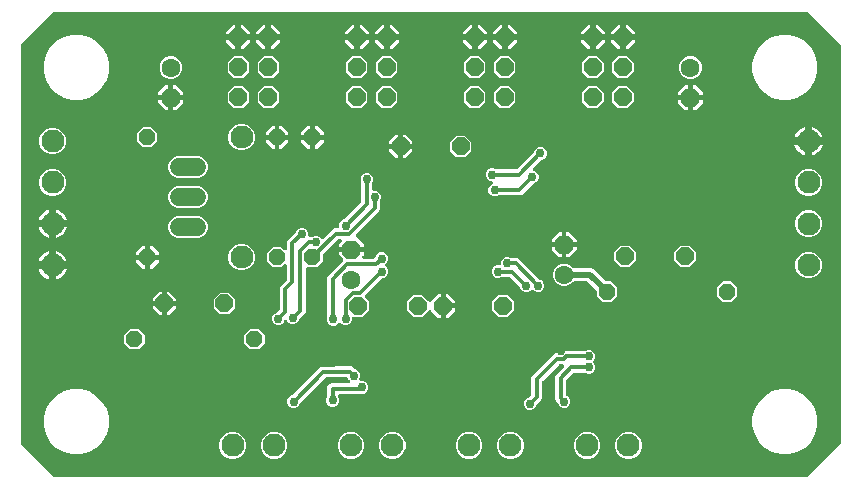
<source format=gbl>
G04 EAGLE Gerber RS-274X export*
G75*
%MOMM*%
%FSLAX34Y34*%
%LPD*%
%INBottom Copper*%
%IPPOS*%
%AMOC8*
5,1,8,0,0,1.08239X$1,22.5*%
G01*
%ADD10P,1.623585X8X22.500000*%
%ADD11C,1.950000*%
%ADD12P,1.623585X8X202.500000*%
%ADD13P,1.547818X8X22.500000*%
%ADD14C,1.524000*%
%ADD15C,1.930400*%
%ADD16P,1.547818X8X112.500000*%
%ADD17P,1.547818X8X292.500000*%
%ADD18P,1.649562X8X292.500000*%
%ADD19P,1.732040X8X112.500000*%
%ADD20C,1.600200*%
%ADD21P,1.732040X8X292.500000*%
%ADD22C,0.762000*%
%ADD23C,0.750000*%
%ADD24C,0.304800*%
%ADD25C,0.508000*%

G36*
X668337Y2809D02*
X668337Y2809D01*
X668463Y2816D01*
X668510Y2829D01*
X668558Y2835D01*
X668677Y2877D01*
X668798Y2912D01*
X668840Y2936D01*
X668886Y2952D01*
X668992Y3021D01*
X669102Y3082D01*
X669149Y3122D01*
X669179Y3141D01*
X669212Y3176D01*
X669289Y3241D01*
X696759Y30711D01*
X696829Y30800D01*
X696839Y30810D01*
X696843Y30816D01*
X696922Y30904D01*
X696946Y30947D01*
X696976Y30984D01*
X697030Y31099D01*
X697091Y31209D01*
X697104Y31256D01*
X697125Y31300D01*
X697151Y31423D01*
X697186Y31545D01*
X697191Y31606D01*
X697198Y31640D01*
X697197Y31688D01*
X697205Y31789D01*
X697205Y368211D01*
X697191Y368337D01*
X697184Y368463D01*
X697171Y368510D01*
X697165Y368558D01*
X697123Y368677D01*
X697088Y368798D01*
X697064Y368840D01*
X697048Y368886D01*
X696979Y368992D01*
X696918Y369102D01*
X696878Y369149D01*
X696859Y369179D01*
X696824Y369212D01*
X696759Y369289D01*
X669289Y396759D01*
X669190Y396838D01*
X669096Y396922D01*
X669053Y396946D01*
X669016Y396976D01*
X668901Y397030D01*
X668791Y397091D01*
X668744Y397104D01*
X668700Y397125D01*
X668577Y397151D01*
X668455Y397186D01*
X668394Y397191D01*
X668360Y397198D01*
X668312Y397197D01*
X668211Y397205D01*
X31789Y397205D01*
X31663Y397191D01*
X31537Y397184D01*
X31490Y397171D01*
X31442Y397165D01*
X31323Y397123D01*
X31202Y397088D01*
X31160Y397064D01*
X31114Y397048D01*
X31008Y396979D01*
X30898Y396918D01*
X30851Y396878D01*
X30821Y396859D01*
X30788Y396824D01*
X30711Y396759D01*
X3241Y369289D01*
X3162Y369190D01*
X3078Y369096D01*
X3054Y369053D01*
X3024Y369016D01*
X2970Y368901D01*
X2909Y368791D01*
X2896Y368744D01*
X2875Y368700D01*
X2849Y368577D01*
X2814Y368455D01*
X2809Y368394D01*
X2802Y368360D01*
X2803Y368312D01*
X2795Y368211D01*
X2795Y31789D01*
X2809Y31663D01*
X2816Y31537D01*
X2829Y31490D01*
X2835Y31442D01*
X2877Y31323D01*
X2912Y31202D01*
X2936Y31160D01*
X2952Y31114D01*
X3021Y31008D01*
X3082Y30898D01*
X3122Y30851D01*
X3141Y30821D01*
X3176Y30788D01*
X3241Y30711D01*
X30711Y3241D01*
X30810Y3162D01*
X30904Y3078D01*
X30947Y3054D01*
X30984Y3024D01*
X31099Y2970D01*
X31209Y2909D01*
X31256Y2896D01*
X31300Y2875D01*
X31423Y2849D01*
X31545Y2814D01*
X31606Y2809D01*
X31640Y2802D01*
X31688Y2803D01*
X31789Y2795D01*
X668211Y2795D01*
X668337Y2809D01*
G37*
%LPC*%
G36*
X219951Y131725D02*
X219951Y131725D01*
X218012Y132528D01*
X216528Y134012D01*
X215725Y135951D01*
X215725Y138049D01*
X216528Y139988D01*
X218012Y141472D01*
X219427Y142058D01*
X219429Y142059D01*
X219431Y142059D01*
X219581Y142143D01*
X219732Y142227D01*
X219733Y142228D01*
X219735Y142229D01*
X219921Y142388D01*
X221981Y144448D01*
X222060Y144547D01*
X222144Y144641D01*
X222168Y144683D01*
X222198Y144721D01*
X222252Y144835D01*
X222313Y144946D01*
X222326Y144992D01*
X222347Y145036D01*
X222373Y145159D01*
X222408Y145281D01*
X222413Y145342D01*
X222420Y145377D01*
X222419Y145425D01*
X222427Y145525D01*
X222427Y162910D01*
X223123Y164590D01*
X227981Y169448D01*
X228060Y169547D01*
X228144Y169641D01*
X228168Y169683D01*
X228198Y169721D01*
X228252Y169835D01*
X228313Y169946D01*
X228326Y169992D01*
X228347Y170036D01*
X228373Y170159D01*
X228408Y170281D01*
X228413Y170342D01*
X228420Y170377D01*
X228419Y170425D01*
X228427Y170525D01*
X228427Y181682D01*
X228416Y181782D01*
X228414Y181882D01*
X228396Y181954D01*
X228387Y182028D01*
X228354Y182123D01*
X228329Y182220D01*
X228295Y182286D01*
X228270Y182356D01*
X228215Y182441D01*
X228169Y182530D01*
X228121Y182587D01*
X228081Y182649D01*
X228009Y182719D01*
X227944Y182795D01*
X227884Y182839D01*
X227830Y182891D01*
X227744Y182943D01*
X227663Y183002D01*
X227595Y183032D01*
X227531Y183070D01*
X227435Y183101D01*
X227343Y183140D01*
X227270Y183154D01*
X227199Y183176D01*
X227099Y183184D01*
X227000Y183202D01*
X226926Y183198D01*
X226852Y183204D01*
X226752Y183189D01*
X226652Y183184D01*
X226581Y183164D01*
X226507Y183153D01*
X226414Y183116D01*
X226317Y183088D01*
X226252Y183051D01*
X226183Y183024D01*
X226101Y182967D01*
X226013Y182918D01*
X225937Y182852D01*
X225897Y182825D01*
X225873Y182798D01*
X225827Y182759D01*
X223593Y180525D01*
X216407Y180525D01*
X211325Y185607D01*
X211325Y192793D01*
X216407Y197875D01*
X223593Y197875D01*
X225827Y195641D01*
X225905Y195579D01*
X225978Y195509D01*
X226042Y195471D01*
X226100Y195424D01*
X226191Y195381D01*
X226277Y195330D01*
X226348Y195307D01*
X226415Y195275D01*
X226513Y195254D01*
X226609Y195224D01*
X226683Y195218D01*
X226756Y195202D01*
X226856Y195204D01*
X226956Y195196D01*
X227030Y195207D01*
X227104Y195208D01*
X227201Y195233D01*
X227301Y195247D01*
X227370Y195275D01*
X227442Y195293D01*
X227531Y195339D01*
X227625Y195376D01*
X227686Y195419D01*
X227752Y195453D01*
X227828Y195518D01*
X227911Y195575D01*
X227961Y195630D01*
X228017Y195679D01*
X228077Y195759D01*
X228144Y195834D01*
X228180Y195899D01*
X228225Y195959D01*
X228264Y196051D01*
X228313Y196139D01*
X228333Y196211D01*
X228363Y196279D01*
X228380Y196378D01*
X228408Y196474D01*
X228416Y196574D01*
X228424Y196622D01*
X228422Y196658D01*
X228427Y196718D01*
X228427Y201910D01*
X229123Y203590D01*
X235612Y210079D01*
X235613Y210080D01*
X235615Y210082D01*
X235725Y210221D01*
X235829Y210352D01*
X235830Y210354D01*
X235831Y210355D01*
X235942Y210573D01*
X236528Y211988D01*
X238012Y213472D01*
X239951Y214275D01*
X242049Y214275D01*
X243988Y213472D01*
X245472Y211988D01*
X246275Y210049D01*
X246275Y208096D01*
X246278Y208070D01*
X246276Y208044D01*
X246298Y207897D01*
X246315Y207750D01*
X246323Y207725D01*
X246327Y207699D01*
X246382Y207561D01*
X246432Y207422D01*
X246446Y207400D01*
X246456Y207375D01*
X246541Y207254D01*
X246621Y207129D01*
X246640Y207111D01*
X246655Y207089D01*
X246765Y206990D01*
X246872Y206887D01*
X246894Y206873D01*
X246914Y206856D01*
X247044Y206784D01*
X247171Y206708D01*
X247196Y206700D01*
X247219Y206687D01*
X247362Y206647D01*
X247503Y206602D01*
X247529Y206600D01*
X247554Y206592D01*
X247798Y206573D01*
X249953Y206573D01*
X249955Y206573D01*
X249957Y206573D01*
X250128Y206593D01*
X250299Y206613D01*
X250301Y206613D01*
X250303Y206614D01*
X250536Y206689D01*
X251951Y207275D01*
X254049Y207275D01*
X255988Y206472D01*
X257319Y205140D01*
X257340Y205124D01*
X257357Y205104D01*
X257476Y205016D01*
X257592Y204924D01*
X257616Y204912D01*
X257637Y204897D01*
X257773Y204838D01*
X257907Y204775D01*
X257933Y204769D01*
X257957Y204759D01*
X258103Y204733D01*
X258248Y204701D01*
X258274Y204702D01*
X258300Y204697D01*
X258449Y204705D01*
X258597Y204707D01*
X258622Y204714D01*
X258648Y204715D01*
X258791Y204756D01*
X258935Y204792D01*
X258958Y204804D01*
X258983Y204812D01*
X259113Y204884D01*
X259244Y204952D01*
X259264Y204969D01*
X259287Y204982D01*
X259473Y205140D01*
X267210Y212877D01*
X268890Y213573D01*
X271142Y213573D01*
X271168Y213576D01*
X271194Y213574D01*
X271341Y213596D01*
X271488Y213613D01*
X271513Y213621D01*
X271539Y213625D01*
X271677Y213680D01*
X271816Y213730D01*
X271838Y213744D01*
X271863Y213754D01*
X271984Y213839D01*
X272109Y213919D01*
X272127Y213938D01*
X272149Y213953D01*
X272248Y214063D01*
X272351Y214170D01*
X272365Y214192D01*
X272382Y214212D01*
X272454Y214342D01*
X272530Y214469D01*
X272538Y214494D01*
X272551Y214517D01*
X272591Y214660D01*
X272636Y214801D01*
X272638Y214827D01*
X272646Y214852D01*
X272665Y215096D01*
X272665Y217061D01*
X273477Y219022D01*
X274978Y220523D01*
X276538Y221169D01*
X276540Y221170D01*
X276542Y221170D01*
X276692Y221254D01*
X276842Y221338D01*
X276844Y221339D01*
X276846Y221340D01*
X277032Y221499D01*
X290981Y235448D01*
X291060Y235547D01*
X291144Y235641D01*
X291168Y235683D01*
X291198Y235721D01*
X291252Y235835D01*
X291313Y235946D01*
X291326Y235992D01*
X291347Y236036D01*
X291373Y236159D01*
X291408Y236281D01*
X291413Y236342D01*
X291420Y236377D01*
X291419Y236425D01*
X291427Y236525D01*
X291427Y251796D01*
X291427Y251798D01*
X291427Y251800D01*
X291406Y251977D01*
X291387Y252142D01*
X291387Y252144D01*
X291386Y252146D01*
X291311Y252379D01*
X290665Y253939D01*
X290665Y256061D01*
X291477Y258022D01*
X292978Y259523D01*
X294939Y260335D01*
X297061Y260335D01*
X299022Y259523D01*
X300523Y258022D01*
X301335Y256061D01*
X301335Y253939D01*
X300689Y252379D01*
X300688Y252377D01*
X300687Y252375D01*
X300641Y252211D01*
X300593Y252044D01*
X300593Y252042D01*
X300592Y252040D01*
X300573Y251796D01*
X300573Y246858D01*
X300576Y246832D01*
X300574Y246806D01*
X300596Y246659D01*
X300613Y246512D01*
X300621Y246487D01*
X300625Y246461D01*
X300680Y246323D01*
X300730Y246184D01*
X300744Y246162D01*
X300754Y246137D01*
X300839Y246016D01*
X300919Y245891D01*
X300938Y245873D01*
X300953Y245851D01*
X301063Y245752D01*
X301170Y245649D01*
X301192Y245635D01*
X301212Y245618D01*
X301342Y245546D01*
X301469Y245470D01*
X301494Y245462D01*
X301517Y245449D01*
X301660Y245409D01*
X301801Y245364D01*
X301827Y245362D01*
X301852Y245354D01*
X302096Y245335D01*
X303919Y245335D01*
X305880Y244523D01*
X307381Y243022D01*
X308193Y241061D01*
X308193Y238939D01*
X307547Y237379D01*
X307546Y237377D01*
X307545Y237375D01*
X307499Y237214D01*
X307451Y237044D01*
X307451Y237042D01*
X307450Y237040D01*
X307431Y236796D01*
X307431Y229948D01*
X306735Y228268D01*
X287115Y208648D01*
X287098Y208627D01*
X287078Y208610D01*
X286990Y208491D01*
X286898Y208375D01*
X286887Y208351D01*
X286871Y208330D01*
X286812Y208194D01*
X286749Y208060D01*
X286744Y208034D01*
X286733Y208010D01*
X286707Y207864D01*
X286676Y207719D01*
X286676Y207693D01*
X286672Y207667D01*
X286679Y207518D01*
X286682Y207371D01*
X286688Y207345D01*
X286689Y207319D01*
X286731Y207176D01*
X286767Y207033D01*
X286779Y207009D01*
X286786Y206984D01*
X286858Y206855D01*
X286926Y206723D01*
X286943Y206703D01*
X286956Y206680D01*
X287115Y206494D01*
X293542Y200067D01*
X293542Y197731D01*
X283508Y197731D01*
X283482Y197728D01*
X283456Y197730D01*
X283309Y197708D01*
X283162Y197691D01*
X283137Y197683D01*
X283111Y197679D01*
X283004Y197636D01*
X282928Y197657D01*
X282787Y197702D01*
X282761Y197704D01*
X282736Y197712D01*
X282492Y197731D01*
X272458Y197731D01*
X272458Y200067D01*
X274219Y201827D01*
X274281Y201905D01*
X274351Y201978D01*
X274389Y202042D01*
X274435Y202100D01*
X274478Y202191D01*
X274530Y202277D01*
X274552Y202348D01*
X274584Y202415D01*
X274605Y202513D01*
X274636Y202609D01*
X274642Y202683D01*
X274658Y202756D01*
X274656Y202856D01*
X274664Y202956D01*
X274653Y203030D01*
X274652Y203104D01*
X274627Y203201D01*
X274612Y203301D01*
X274585Y203370D01*
X274567Y203442D01*
X274521Y203531D01*
X274484Y203625D01*
X274441Y203686D01*
X274407Y203752D01*
X274342Y203828D01*
X274285Y203911D01*
X274229Y203961D01*
X274181Y204017D01*
X274100Y204077D01*
X274026Y204144D01*
X273961Y204180D01*
X273901Y204225D01*
X273809Y204264D01*
X273721Y204313D01*
X273649Y204333D01*
X273581Y204363D01*
X273482Y204380D01*
X273385Y204408D01*
X273285Y204416D01*
X273238Y204424D01*
X273202Y204422D01*
X273142Y204427D01*
X272325Y204427D01*
X272199Y204413D01*
X272073Y204406D01*
X272027Y204393D01*
X271979Y204387D01*
X271860Y204345D01*
X271738Y204310D01*
X271696Y204286D01*
X271651Y204270D01*
X271544Y204201D01*
X271434Y204140D01*
X271388Y204100D01*
X271358Y204081D01*
X271324Y204046D01*
X271248Y203981D01*
X259121Y191854D01*
X259042Y191755D01*
X258958Y191661D01*
X258934Y191619D01*
X258904Y191581D01*
X258850Y191467D01*
X258789Y191356D01*
X258776Y191310D01*
X258755Y191266D01*
X258729Y191143D01*
X258694Y191021D01*
X258689Y190960D01*
X258682Y190925D01*
X258683Y190877D01*
X258675Y190777D01*
X258675Y185607D01*
X253593Y180525D01*
X245898Y180525D01*
X245872Y180522D01*
X245846Y180524D01*
X245699Y180502D01*
X245552Y180485D01*
X245527Y180477D01*
X245501Y180473D01*
X245363Y180418D01*
X245224Y180368D01*
X245202Y180354D01*
X245177Y180344D01*
X245056Y180259D01*
X244931Y180179D01*
X244913Y180160D01*
X244891Y180145D01*
X244792Y180035D01*
X244689Y179928D01*
X244675Y179906D01*
X244658Y179886D01*
X244586Y179756D01*
X244510Y179629D01*
X244502Y179604D01*
X244489Y179581D01*
X244449Y179438D01*
X244404Y179297D01*
X244402Y179271D01*
X244394Y179246D01*
X244375Y179002D01*
X244375Y142999D01*
X243679Y141318D01*
X238855Y136495D01*
X238854Y136494D01*
X238853Y136492D01*
X238743Y136353D01*
X238639Y136222D01*
X238638Y136220D01*
X238637Y136219D01*
X238525Y136001D01*
X237939Y134586D01*
X236455Y133102D01*
X234517Y132299D01*
X232418Y132299D01*
X230480Y133102D01*
X228996Y134586D01*
X228760Y135156D01*
X228711Y135243D01*
X228671Y135335D01*
X228627Y135395D01*
X228591Y135460D01*
X228523Y135535D01*
X228463Y135615D01*
X228407Y135663D01*
X228357Y135718D01*
X228274Y135775D01*
X228197Y135840D01*
X228131Y135874D01*
X228070Y135916D01*
X227976Y135953D01*
X227887Y135999D01*
X227815Y136017D01*
X227746Y136044D01*
X227646Y136059D01*
X227549Y136083D01*
X227475Y136084D01*
X227401Y136095D01*
X227301Y136087D01*
X227200Y136088D01*
X227128Y136072D01*
X227054Y136066D01*
X226958Y136035D01*
X226860Y136014D01*
X226793Y135982D01*
X226722Y135959D01*
X226636Y135907D01*
X226545Y135864D01*
X226487Y135818D01*
X226423Y135779D01*
X226351Y135710D01*
X226273Y135647D01*
X226227Y135588D01*
X226173Y135537D01*
X226119Y135452D01*
X226057Y135373D01*
X226011Y135284D01*
X225985Y135243D01*
X225973Y135210D01*
X225945Y135156D01*
X225472Y134012D01*
X223988Y132528D01*
X222049Y131725D01*
X219951Y131725D01*
G37*
%LPD*%
%LPC*%
G36*
X646379Y22499D02*
X646379Y22499D01*
X639385Y24373D01*
X633114Y27994D01*
X627994Y33114D01*
X624373Y39385D01*
X622499Y46379D01*
X622499Y53621D01*
X624373Y60615D01*
X627994Y66886D01*
X633114Y72006D01*
X639385Y75627D01*
X646379Y77501D01*
X653621Y77501D01*
X660615Y75627D01*
X666886Y72006D01*
X672006Y66886D01*
X675627Y60615D01*
X677501Y53621D01*
X677501Y46379D01*
X675627Y39385D01*
X672006Y33114D01*
X666886Y27994D01*
X660615Y24373D01*
X653621Y22499D01*
X646379Y22499D01*
G37*
%LPD*%
%LPC*%
G36*
X46379Y322499D02*
X46379Y322499D01*
X39385Y324373D01*
X33114Y327994D01*
X27994Y333114D01*
X24373Y339385D01*
X22499Y346379D01*
X22499Y353621D01*
X24373Y360615D01*
X27994Y366886D01*
X33114Y372006D01*
X39385Y375627D01*
X46379Y377501D01*
X53621Y377501D01*
X60615Y375627D01*
X66886Y372006D01*
X72006Y366886D01*
X75627Y360615D01*
X77501Y353621D01*
X77501Y346379D01*
X75627Y339385D01*
X72006Y333114D01*
X66886Y327994D01*
X60615Y324373D01*
X53621Y322499D01*
X46379Y322499D01*
G37*
%LPD*%
%LPC*%
G36*
X46379Y22499D02*
X46379Y22499D01*
X39385Y24373D01*
X33114Y27994D01*
X27994Y33114D01*
X24373Y39385D01*
X22499Y46379D01*
X22499Y53621D01*
X24373Y60615D01*
X27994Y66886D01*
X33114Y72006D01*
X39385Y75627D01*
X46379Y77501D01*
X53621Y77501D01*
X60615Y75627D01*
X66886Y72006D01*
X72006Y66886D01*
X75627Y60615D01*
X77501Y53621D01*
X77501Y46379D01*
X75627Y39385D01*
X72006Y33114D01*
X66886Y27994D01*
X60615Y24373D01*
X53621Y22499D01*
X46379Y22499D01*
G37*
%LPD*%
%LPC*%
G36*
X646379Y322499D02*
X646379Y322499D01*
X639385Y324373D01*
X633114Y327994D01*
X627994Y333114D01*
X624373Y339385D01*
X622499Y346379D01*
X622499Y353621D01*
X624373Y360615D01*
X627994Y366886D01*
X633114Y372006D01*
X639385Y375627D01*
X646379Y377501D01*
X653621Y377501D01*
X660615Y375627D01*
X666886Y372006D01*
X672006Y366886D01*
X675627Y360615D01*
X677501Y353621D01*
X677501Y346379D01*
X675627Y339385D01*
X672006Y333114D01*
X666886Y327994D01*
X660615Y324373D01*
X653621Y322499D01*
X646379Y322499D01*
G37*
%LPD*%
%LPC*%
G36*
X266483Y131299D02*
X266483Y131299D01*
X264545Y132102D01*
X263061Y133586D01*
X262258Y135525D01*
X262258Y137623D01*
X262311Y137752D01*
X262312Y137754D01*
X262313Y137756D01*
X262360Y137923D01*
X262407Y138088D01*
X262407Y138090D01*
X262408Y138092D01*
X262427Y138335D01*
X262427Y171910D01*
X263123Y173590D01*
X264624Y175091D01*
X275585Y186052D01*
X275602Y186073D01*
X275622Y186090D01*
X275668Y186153D01*
X275696Y186182D01*
X275721Y186223D01*
X275802Y186325D01*
X275813Y186349D01*
X275829Y186370D01*
X275887Y186506D01*
X275951Y186640D01*
X275956Y186666D01*
X275967Y186690D01*
X275993Y186836D01*
X276024Y186981D01*
X276024Y187007D01*
X276028Y187033D01*
X276021Y187182D01*
X276018Y187329D01*
X276012Y187355D01*
X276011Y187381D01*
X275970Y187523D01*
X275933Y187667D01*
X275921Y187691D01*
X275914Y187716D01*
X275842Y187845D01*
X275774Y187977D01*
X275757Y187997D01*
X275744Y188020D01*
X275585Y188206D01*
X272458Y191333D01*
X272458Y193669D01*
X282492Y193669D01*
X282518Y193672D01*
X282544Y193670D01*
X282691Y193692D01*
X282838Y193709D01*
X282863Y193717D01*
X282889Y193721D01*
X282996Y193764D01*
X283072Y193743D01*
X283213Y193698D01*
X283239Y193695D01*
X283264Y193688D01*
X283508Y193669D01*
X293542Y193669D01*
X293542Y191333D01*
X292477Y190269D01*
X292415Y190190D01*
X292345Y190118D01*
X292307Y190054D01*
X292261Y189996D01*
X292218Y189905D01*
X292166Y189819D01*
X292144Y189748D01*
X292112Y189681D01*
X292091Y189583D01*
X292060Y189487D01*
X292054Y189413D01*
X292038Y189340D01*
X292040Y189240D01*
X292032Y189140D01*
X292043Y189066D01*
X292044Y188992D01*
X292069Y188895D01*
X292084Y188795D01*
X292111Y188726D01*
X292129Y188654D01*
X292175Y188565D01*
X292212Y188471D01*
X292255Y188410D01*
X292289Y188344D01*
X292354Y188268D01*
X292411Y188185D01*
X292467Y188135D01*
X292515Y188079D01*
X292596Y188019D01*
X292670Y187952D01*
X292735Y187916D01*
X292795Y187871D01*
X292887Y187832D01*
X292975Y187783D01*
X293047Y187763D01*
X293115Y187733D01*
X293214Y187716D01*
X293311Y187688D01*
X293411Y187680D01*
X293458Y187672D01*
X293494Y187674D01*
X293554Y187669D01*
X301195Y187669D01*
X301321Y187683D01*
X301447Y187690D01*
X301493Y187703D01*
X301541Y187709D01*
X301660Y187751D01*
X301782Y187786D01*
X301824Y187810D01*
X301869Y187826D01*
X301976Y187895D01*
X302086Y187956D01*
X302132Y187996D01*
X302162Y188015D01*
X302196Y188050D01*
X302272Y188115D01*
X303236Y189079D01*
X303237Y189080D01*
X303239Y189082D01*
X303300Y189159D01*
X303367Y189228D01*
X303404Y189291D01*
X303453Y189352D01*
X303454Y189354D01*
X303455Y189355D01*
X303527Y189496D01*
X303546Y189527D01*
X303550Y189542D01*
X303566Y189573D01*
X304152Y190988D01*
X305636Y192472D01*
X307575Y193275D01*
X309673Y193275D01*
X311612Y192472D01*
X313096Y190988D01*
X313899Y189049D01*
X313899Y186951D01*
X313096Y185012D01*
X311849Y183765D01*
X311832Y183745D01*
X311812Y183728D01*
X311724Y183608D01*
X311632Y183492D01*
X311621Y183468D01*
X311605Y183447D01*
X311547Y183311D01*
X311483Y183177D01*
X311478Y183151D01*
X311467Y183127D01*
X311441Y182981D01*
X311410Y182836D01*
X311410Y182810D01*
X311406Y182784D01*
X311413Y182636D01*
X311416Y182488D01*
X311422Y182462D01*
X311424Y182436D01*
X311465Y182294D01*
X311501Y182150D01*
X311513Y182127D01*
X311520Y182101D01*
X311592Y181972D01*
X311660Y181840D01*
X311677Y181820D01*
X311690Y181797D01*
X311849Y181611D01*
X313472Y179988D01*
X314275Y178049D01*
X314275Y175951D01*
X313472Y174012D01*
X311988Y172528D01*
X310049Y171725D01*
X309823Y171725D01*
X309697Y171711D01*
X309571Y171704D01*
X309525Y171691D01*
X309477Y171685D01*
X309358Y171643D01*
X309236Y171608D01*
X309194Y171584D01*
X309149Y171568D01*
X309042Y171499D01*
X308932Y171438D01*
X308886Y171398D01*
X308856Y171379D01*
X308822Y171344D01*
X308746Y171279D01*
X294492Y157025D01*
X294476Y157005D01*
X294456Y156988D01*
X294367Y156868D01*
X294275Y156752D01*
X294264Y156728D01*
X294249Y156707D01*
X294190Y156571D01*
X294126Y156437D01*
X294121Y156411D01*
X294111Y156387D01*
X294084Y156241D01*
X294053Y156096D01*
X294053Y156070D01*
X294049Y156044D01*
X294056Y155896D01*
X294059Y155748D01*
X294065Y155722D01*
X294067Y155696D01*
X294108Y155554D01*
X294144Y155410D01*
X294156Y155387D01*
X294163Y155361D01*
X294236Y155232D01*
X294304Y155100D01*
X294321Y155080D01*
X294333Y155057D01*
X294492Y154871D01*
X297625Y151738D01*
X297625Y144262D01*
X292338Y138975D01*
X284798Y138975D01*
X284772Y138972D01*
X284746Y138974D01*
X284599Y138952D01*
X284452Y138935D01*
X284427Y138927D01*
X284401Y138923D01*
X284263Y138868D01*
X284124Y138818D01*
X284102Y138804D01*
X284077Y138794D01*
X283956Y138709D01*
X283831Y138629D01*
X283813Y138610D01*
X283791Y138595D01*
X283692Y138485D01*
X283589Y138378D01*
X283575Y138356D01*
X283558Y138336D01*
X283486Y138206D01*
X283410Y138079D01*
X283402Y138054D01*
X283389Y138031D01*
X283349Y137888D01*
X283304Y137747D01*
X283302Y137721D01*
X283294Y137696D01*
X283275Y137452D01*
X283275Y135951D01*
X282472Y134012D01*
X280988Y132528D01*
X279049Y131725D01*
X276951Y131725D01*
X275012Y132528D01*
X274056Y133484D01*
X274036Y133500D01*
X274019Y133520D01*
X273900Y133608D01*
X273783Y133701D01*
X273760Y133712D01*
X273739Y133727D01*
X273602Y133786D01*
X273468Y133850D01*
X273443Y133855D01*
X273419Y133865D01*
X273272Y133892D01*
X273128Y133923D01*
X273101Y133923D01*
X273076Y133927D01*
X272927Y133920D01*
X272779Y133917D01*
X272754Y133911D01*
X272727Y133909D01*
X272585Y133868D01*
X272441Y133832D01*
X272418Y133820D01*
X272393Y133813D01*
X272263Y133740D01*
X272131Y133672D01*
X272111Y133655D01*
X272088Y133643D01*
X271902Y133484D01*
X270520Y132102D01*
X268582Y131299D01*
X266483Y131299D01*
G37*
%LPD*%
%LPC*%
G36*
X432951Y59725D02*
X432951Y59725D01*
X431012Y60528D01*
X429528Y62012D01*
X428725Y63951D01*
X428725Y66049D01*
X429528Y67988D01*
X431012Y69472D01*
X432427Y70058D01*
X432429Y70059D01*
X432431Y70059D01*
X432581Y70143D01*
X432732Y70227D01*
X432733Y70228D01*
X432735Y70229D01*
X432921Y70388D01*
X434981Y72448D01*
X435060Y72547D01*
X435144Y72641D01*
X435168Y72683D01*
X435198Y72721D01*
X435252Y72835D01*
X435313Y72946D01*
X435326Y72992D01*
X435347Y73036D01*
X435373Y73159D01*
X435408Y73281D01*
X435413Y73342D01*
X435420Y73377D01*
X435419Y73425D01*
X435427Y73525D01*
X435427Y86910D01*
X436123Y88590D01*
X437624Y90091D01*
X454612Y107079D01*
X456292Y107775D01*
X460291Y107775D01*
X460416Y107789D01*
X460543Y107796D01*
X460589Y107809D01*
X460637Y107815D01*
X460756Y107857D01*
X460877Y107892D01*
X460920Y107916D01*
X460965Y107932D01*
X461071Y108001D01*
X461182Y108062D01*
X461228Y108102D01*
X461258Y108121D01*
X461291Y108156D01*
X461368Y108221D01*
X462168Y109021D01*
X463848Y109717D01*
X480796Y109717D01*
X480798Y109717D01*
X480800Y109717D01*
X480976Y109737D01*
X481142Y109757D01*
X481144Y109757D01*
X481146Y109758D01*
X481379Y109833D01*
X482939Y110479D01*
X485061Y110479D01*
X487022Y109667D01*
X488523Y108166D01*
X489335Y106205D01*
X489335Y104083D01*
X488523Y102122D01*
X488050Y101649D01*
X488033Y101629D01*
X488013Y101612D01*
X487925Y101492D01*
X487833Y101376D01*
X487822Y101352D01*
X487806Y101331D01*
X487747Y101195D01*
X487684Y101061D01*
X487678Y101035D01*
X487668Y101011D01*
X487642Y100865D01*
X487611Y100720D01*
X487611Y100694D01*
X487606Y100668D01*
X487614Y100520D01*
X487617Y100372D01*
X487623Y100346D01*
X487624Y100320D01*
X487665Y100178D01*
X487702Y100034D01*
X487714Y100010D01*
X487721Y99985D01*
X487793Y99856D01*
X487861Y99724D01*
X487878Y99704D01*
X487891Y99681D01*
X488050Y99495D01*
X488523Y99022D01*
X489335Y97061D01*
X489335Y94939D01*
X488523Y92978D01*
X487022Y91477D01*
X485061Y90665D01*
X482939Y90665D01*
X481379Y91311D01*
X481377Y91312D01*
X481375Y91313D01*
X481214Y91359D01*
X481044Y91407D01*
X481042Y91407D01*
X481040Y91408D01*
X480796Y91427D01*
X471525Y91427D01*
X471399Y91413D01*
X471273Y91406D01*
X471227Y91393D01*
X471179Y91387D01*
X471060Y91345D01*
X470938Y91310D01*
X470896Y91286D01*
X470851Y91270D01*
X470744Y91201D01*
X470634Y91140D01*
X470588Y91100D01*
X470558Y91081D01*
X470524Y91046D01*
X470448Y90981D01*
X465019Y85552D01*
X464940Y85453D01*
X464856Y85359D01*
X464832Y85317D01*
X464802Y85279D01*
X464748Y85165D01*
X464687Y85054D01*
X464674Y85008D01*
X464653Y84964D01*
X464627Y84841D01*
X464592Y84719D01*
X464587Y84658D01*
X464580Y84623D01*
X464581Y84575D01*
X464573Y84475D01*
X464573Y73076D01*
X464581Y73000D01*
X464580Y72923D01*
X464601Y72827D01*
X464613Y72729D01*
X464638Y72658D01*
X464655Y72583D01*
X464697Y72494D01*
X464730Y72401D01*
X464772Y72337D01*
X464804Y72268D01*
X464866Y72191D01*
X464919Y72109D01*
X464974Y72055D01*
X465022Y71996D01*
X465099Y71935D01*
X465170Y71866D01*
X465235Y71827D01*
X465295Y71780D01*
X465428Y71712D01*
X465469Y71688D01*
X465487Y71682D01*
X465513Y71668D01*
X465988Y71472D01*
X467472Y69988D01*
X468275Y68049D01*
X468275Y65951D01*
X467472Y64012D01*
X465988Y62528D01*
X464049Y61725D01*
X461951Y61725D01*
X460012Y62528D01*
X458528Y64012D01*
X457942Y65427D01*
X457941Y65429D01*
X457941Y65431D01*
X457857Y65581D01*
X457773Y65732D01*
X457772Y65733D01*
X457771Y65735D01*
X457612Y65921D01*
X456123Y67410D01*
X455427Y69090D01*
X455427Y87910D01*
X456123Y89590D01*
X462562Y96029D01*
X462624Y96107D01*
X462694Y96180D01*
X462733Y96244D01*
X462779Y96302D01*
X462822Y96393D01*
X462873Y96479D01*
X462896Y96550D01*
X462928Y96617D01*
X462949Y96715D01*
X462979Y96811D01*
X462985Y96885D01*
X463001Y96958D01*
X462999Y97058D01*
X463007Y97158D01*
X462996Y97232D01*
X462995Y97306D01*
X462971Y97403D01*
X462956Y97503D01*
X462928Y97572D01*
X462910Y97644D01*
X462864Y97734D01*
X462827Y97827D01*
X462785Y97888D01*
X462750Y97954D01*
X462685Y98031D01*
X462628Y98113D01*
X462573Y98163D01*
X462525Y98219D01*
X462444Y98279D01*
X462369Y98346D01*
X462304Y98382D01*
X462244Y98427D01*
X462152Y98466D01*
X462064Y98515D01*
X461993Y98535D01*
X461924Y98565D01*
X461826Y98582D01*
X461729Y98610D01*
X461629Y98618D01*
X461581Y98626D01*
X461546Y98624D01*
X461485Y98629D01*
X459727Y98629D01*
X459601Y98615D01*
X459475Y98608D01*
X459429Y98595D01*
X459381Y98589D01*
X459262Y98547D01*
X459140Y98512D01*
X459098Y98488D01*
X459053Y98472D01*
X458946Y98403D01*
X458836Y98342D01*
X458790Y98302D01*
X458760Y98283D01*
X458726Y98248D01*
X458650Y98183D01*
X445019Y84552D01*
X444949Y84463D01*
X444939Y84453D01*
X444935Y84447D01*
X444856Y84359D01*
X444832Y84317D01*
X444802Y84279D01*
X444748Y84165D01*
X444687Y84054D01*
X444674Y84008D01*
X444653Y83964D01*
X444627Y83841D01*
X444592Y83719D01*
X444587Y83658D01*
X444580Y83623D01*
X444581Y83575D01*
X444573Y83475D01*
X444573Y70090D01*
X443877Y68410D01*
X439388Y63921D01*
X439387Y63920D01*
X439385Y63918D01*
X439274Y63777D01*
X439171Y63648D01*
X439170Y63646D01*
X439169Y63645D01*
X439058Y63427D01*
X438472Y62012D01*
X436988Y60528D01*
X435049Y59725D01*
X432951Y59725D01*
G37*
%LPD*%
%LPC*%
G36*
X232939Y61665D02*
X232939Y61665D01*
X230978Y62477D01*
X229477Y63978D01*
X228665Y65939D01*
X228665Y68061D01*
X229477Y70022D01*
X230978Y71523D01*
X232538Y72169D01*
X232540Y72170D01*
X232542Y72170D01*
X232689Y72253D01*
X232842Y72338D01*
X232844Y72339D01*
X232846Y72340D01*
X233032Y72499D01*
X256410Y95877D01*
X258090Y96573D01*
X268652Y96573D01*
X268654Y96573D01*
X268656Y96573D01*
X268831Y96593D01*
X268998Y96613D01*
X269000Y96613D01*
X269002Y96614D01*
X269173Y96669D01*
X282814Y96669D01*
X284494Y95973D01*
X285968Y94499D01*
X285970Y94497D01*
X285971Y94496D01*
X286108Y94388D01*
X286241Y94282D01*
X286243Y94281D01*
X286244Y94280D01*
X286462Y94169D01*
X288022Y93523D01*
X289523Y92022D01*
X290335Y90061D01*
X290335Y87939D01*
X289714Y86441D01*
X289673Y86296D01*
X289627Y86153D01*
X289625Y86129D01*
X289619Y86106D01*
X289611Y85955D01*
X289599Y85806D01*
X289603Y85782D01*
X289602Y85758D01*
X289629Y85610D01*
X289651Y85461D01*
X289660Y85439D01*
X289664Y85415D01*
X289724Y85277D01*
X289780Y85137D01*
X289793Y85117D01*
X289803Y85095D01*
X289893Y84974D01*
X289979Y84851D01*
X289996Y84835D01*
X290011Y84815D01*
X290126Y84718D01*
X290237Y84618D01*
X290259Y84606D01*
X290277Y84590D01*
X290411Y84522D01*
X290542Y84449D01*
X290566Y84443D01*
X290587Y84432D01*
X290733Y84395D01*
X290878Y84354D01*
X290907Y84352D01*
X290925Y84347D01*
X290972Y84347D01*
X291122Y84335D01*
X293061Y84335D01*
X295022Y83523D01*
X296523Y82022D01*
X297335Y80061D01*
X297335Y77939D01*
X296523Y75978D01*
X295022Y74477D01*
X293061Y73665D01*
X292787Y73665D01*
X292785Y73665D01*
X292783Y73665D01*
X292612Y73645D01*
X292441Y73625D01*
X292439Y73625D01*
X292437Y73624D01*
X292204Y73549D01*
X291910Y73427D01*
X273096Y73427D01*
X273070Y73424D01*
X273044Y73426D01*
X272897Y73404D01*
X272750Y73387D01*
X272725Y73379D01*
X272699Y73375D01*
X272561Y73320D01*
X272422Y73270D01*
X272400Y73256D01*
X272375Y73246D01*
X272254Y73161D01*
X272129Y73081D01*
X272111Y73062D01*
X272089Y73047D01*
X271990Y72937D01*
X271887Y72830D01*
X271873Y72808D01*
X271856Y72788D01*
X271784Y72658D01*
X271708Y72531D01*
X271700Y72506D01*
X271687Y72483D01*
X271647Y72340D01*
X271602Y72199D01*
X271600Y72173D01*
X271592Y72148D01*
X271573Y71904D01*
X271573Y71204D01*
X271573Y71202D01*
X271573Y71200D01*
X271594Y71023D01*
X271613Y70858D01*
X271613Y70856D01*
X271614Y70854D01*
X271689Y70621D01*
X272335Y69061D01*
X272335Y66939D01*
X271523Y64978D01*
X270022Y63477D01*
X268061Y62665D01*
X265939Y62665D01*
X263978Y63477D01*
X262477Y64978D01*
X261665Y66939D01*
X261665Y69061D01*
X262311Y70621D01*
X262312Y70623D01*
X262313Y70625D01*
X262359Y70786D01*
X262407Y70956D01*
X262407Y70958D01*
X262408Y70960D01*
X262427Y71204D01*
X262427Y78910D01*
X263123Y80590D01*
X264410Y81877D01*
X266090Y82573D01*
X280205Y82573D01*
X280305Y82584D01*
X280406Y82586D01*
X280478Y82604D01*
X280552Y82613D01*
X280646Y82647D01*
X280744Y82671D01*
X280810Y82705D01*
X280880Y82730D01*
X280964Y82785D01*
X281053Y82831D01*
X281110Y82879D01*
X281173Y82919D01*
X281242Y82991D01*
X281319Y83056D01*
X281363Y83116D01*
X281415Y83170D01*
X281466Y83256D01*
X281526Y83337D01*
X281555Y83405D01*
X281594Y83469D01*
X281624Y83565D01*
X281664Y83657D01*
X281677Y83730D01*
X281700Y83801D01*
X281708Y83901D01*
X281726Y84000D01*
X281722Y84074D01*
X281728Y84148D01*
X281713Y84248D01*
X281708Y84348D01*
X281687Y84419D01*
X281676Y84493D01*
X281639Y84586D01*
X281611Y84683D01*
X281575Y84748D01*
X281547Y84817D01*
X281490Y84899D01*
X281441Y84987D01*
X281376Y85063D01*
X281348Y85103D01*
X281322Y85127D01*
X281282Y85173D01*
X280477Y85978D01*
X280227Y86583D01*
X280190Y86650D01*
X280162Y86721D01*
X280105Y86802D01*
X280058Y86888D01*
X280006Y86944D01*
X279963Y87007D01*
X279890Y87073D01*
X279823Y87146D01*
X279761Y87189D01*
X279704Y87240D01*
X279618Y87288D01*
X279537Y87344D01*
X279466Y87372D01*
X279399Y87409D01*
X279304Y87436D01*
X279213Y87472D01*
X279137Y87483D01*
X279063Y87504D01*
X278915Y87516D01*
X278868Y87523D01*
X278849Y87521D01*
X278820Y87523D01*
X271444Y87523D01*
X271442Y87523D01*
X271440Y87523D01*
X271266Y87503D01*
X271098Y87483D01*
X271096Y87483D01*
X271094Y87482D01*
X270923Y87427D01*
X261525Y87427D01*
X261399Y87413D01*
X261273Y87406D01*
X261227Y87393D01*
X261179Y87387D01*
X261060Y87345D01*
X260938Y87310D01*
X260896Y87286D01*
X260851Y87270D01*
X260744Y87201D01*
X260634Y87140D01*
X260588Y87100D01*
X260558Y87081D01*
X260524Y87046D01*
X260448Y86981D01*
X239499Y66032D01*
X239498Y66030D01*
X239496Y66029D01*
X239386Y65890D01*
X239282Y65759D01*
X239281Y65757D01*
X239280Y65756D01*
X239169Y65538D01*
X238523Y63978D01*
X237022Y62477D01*
X235061Y61665D01*
X232939Y61665D01*
G37*
%LPD*%
%LPC*%
G36*
X403081Y240665D02*
X403081Y240665D01*
X401120Y241477D01*
X399619Y242978D01*
X398807Y244939D01*
X398807Y247061D01*
X399619Y249022D01*
X401120Y250523D01*
X401632Y250735D01*
X401676Y250759D01*
X401724Y250776D01*
X401828Y250844D01*
X401937Y250904D01*
X401974Y250938D01*
X402017Y250965D01*
X402103Y251055D01*
X402195Y251138D01*
X402224Y251180D01*
X402259Y251216D01*
X402323Y251323D01*
X402393Y251425D01*
X402412Y251472D01*
X402438Y251515D01*
X402475Y251633D01*
X402521Y251749D01*
X402528Y251799D01*
X402544Y251847D01*
X402554Y251971D01*
X402572Y252094D01*
X402568Y252144D01*
X402572Y252194D01*
X402553Y252317D01*
X402543Y252441D01*
X402528Y252489D01*
X402520Y252539D01*
X402474Y252655D01*
X402436Y252773D01*
X402410Y252816D01*
X402391Y252863D01*
X402320Y252965D01*
X402256Y253071D01*
X402221Y253108D01*
X402192Y253149D01*
X402100Y253232D01*
X402013Y253321D01*
X401971Y253349D01*
X401934Y253382D01*
X401825Y253443D01*
X401720Y253510D01*
X401673Y253526D01*
X401629Y253551D01*
X401509Y253585D01*
X401392Y253626D01*
X401342Y253632D01*
X401293Y253646D01*
X401049Y253665D01*
X400939Y253665D01*
X398978Y254477D01*
X397477Y255978D01*
X396665Y257939D01*
X396665Y260061D01*
X397477Y262022D01*
X398978Y263523D01*
X400939Y264335D01*
X403061Y264335D01*
X404621Y263689D01*
X404623Y263688D01*
X404625Y263687D01*
X404786Y263641D01*
X404956Y263593D01*
X404958Y263593D01*
X404960Y263592D01*
X405204Y263573D01*
X422479Y263573D01*
X422605Y263587D01*
X422731Y263594D01*
X422777Y263607D01*
X422825Y263613D01*
X422944Y263655D01*
X423066Y263690D01*
X423108Y263714D01*
X423153Y263730D01*
X423260Y263799D01*
X423370Y263860D01*
X423416Y263900D01*
X423446Y263919D01*
X423480Y263954D01*
X423556Y264019D01*
X437505Y277968D01*
X437506Y277970D01*
X437508Y277971D01*
X437615Y278106D01*
X437722Y278241D01*
X437723Y278243D01*
X437724Y278244D01*
X437835Y278462D01*
X438481Y280022D01*
X439982Y281523D01*
X441943Y282335D01*
X444065Y282335D01*
X446026Y281523D01*
X447527Y280022D01*
X448339Y278061D01*
X448339Y275939D01*
X447527Y273978D01*
X446026Y272477D01*
X444466Y271831D01*
X444464Y271830D01*
X444462Y271830D01*
X444310Y271745D01*
X444162Y271662D01*
X444160Y271661D01*
X444158Y271660D01*
X443972Y271501D01*
X437121Y264650D01*
X437028Y264533D01*
X436930Y264418D01*
X436919Y264396D01*
X436904Y264377D01*
X436840Y264241D01*
X436772Y264107D01*
X436766Y264084D01*
X436755Y264062D01*
X436724Y263915D01*
X436687Y263769D01*
X436687Y263745D01*
X436682Y263721D01*
X436685Y263572D01*
X436682Y263421D01*
X436688Y263397D01*
X436688Y263373D01*
X436725Y263227D01*
X436757Y263080D01*
X436767Y263058D01*
X436773Y263035D01*
X436842Y262901D01*
X436906Y262766D01*
X436922Y262747D01*
X436933Y262725D01*
X437030Y262611D01*
X437124Y262493D01*
X437143Y262478D01*
X437158Y262460D01*
X437279Y262370D01*
X437397Y262277D01*
X437423Y262264D01*
X437439Y262253D01*
X437482Y262234D01*
X437615Y262166D01*
X439168Y261523D01*
X440669Y260022D01*
X441481Y258061D01*
X441481Y255939D01*
X440669Y253978D01*
X439168Y252477D01*
X437608Y251831D01*
X437606Y251830D01*
X437604Y251830D01*
X437452Y251745D01*
X437304Y251662D01*
X437302Y251661D01*
X437300Y251660D01*
X437114Y251501D01*
X429237Y243624D01*
X427736Y242123D01*
X426056Y241427D01*
X407346Y241427D01*
X407344Y241427D01*
X407342Y241427D01*
X407165Y241406D01*
X407000Y241387D01*
X406998Y241387D01*
X406996Y241386D01*
X406763Y241311D01*
X405203Y240665D01*
X403081Y240665D01*
G37*
%LPD*%
%LPC*%
G36*
X495607Y151325D02*
X495607Y151325D01*
X490525Y156407D01*
X490525Y160140D01*
X490511Y160266D01*
X490504Y160392D01*
X490491Y160438D01*
X490485Y160486D01*
X490443Y160605D01*
X490408Y160727D01*
X490384Y160769D01*
X490368Y160814D01*
X490299Y160921D01*
X490238Y161031D01*
X490198Y161077D01*
X490179Y161107D01*
X490144Y161141D01*
X490079Y161217D01*
X483031Y168265D01*
X482932Y168344D01*
X482838Y168428D01*
X482796Y168452D01*
X482758Y168482D01*
X482644Y168536D01*
X482533Y168597D01*
X482487Y168610D01*
X482443Y168631D01*
X482320Y168657D01*
X482198Y168692D01*
X482137Y168697D01*
X482102Y168704D01*
X482054Y168703D01*
X481954Y168711D01*
X471514Y168711D01*
X471388Y168697D01*
X471262Y168690D01*
X471215Y168677D01*
X471167Y168671D01*
X471048Y168629D01*
X470927Y168594D01*
X470885Y168570D01*
X470839Y168554D01*
X470733Y168485D01*
X470623Y168424D01*
X470577Y168384D01*
X470547Y168365D01*
X470513Y168330D01*
X470437Y168265D01*
X468396Y166224D01*
X464895Y164774D01*
X461105Y164774D01*
X457604Y166224D01*
X454924Y168904D01*
X453474Y172405D01*
X453474Y176195D01*
X454924Y179696D01*
X457604Y182376D01*
X461105Y183826D01*
X464895Y183826D01*
X468396Y182376D01*
X470437Y180335D01*
X470536Y180256D01*
X470629Y180172D01*
X470672Y180148D01*
X470710Y180118D01*
X470824Y180064D01*
X470934Y180003D01*
X470981Y179990D01*
X471025Y179969D01*
X471148Y179943D01*
X471270Y179908D01*
X471331Y179903D01*
X471365Y179896D01*
X471413Y179897D01*
X471514Y179889D01*
X486012Y179889D01*
X488066Y179038D01*
X497983Y169121D01*
X498082Y169042D01*
X498176Y168958D01*
X498218Y168934D01*
X498256Y168904D01*
X498370Y168850D01*
X498481Y168789D01*
X498527Y168776D01*
X498571Y168755D01*
X498694Y168729D01*
X498816Y168694D01*
X498877Y168689D01*
X498912Y168682D01*
X498960Y168683D01*
X499060Y168675D01*
X502793Y168675D01*
X507875Y163593D01*
X507875Y156407D01*
X502793Y151325D01*
X495607Y151325D01*
G37*
%LPD*%
%LPC*%
G36*
X429951Y159725D02*
X429951Y159725D01*
X428012Y160528D01*
X426528Y162012D01*
X425942Y163427D01*
X425941Y163429D01*
X425941Y163431D01*
X425857Y163581D01*
X425773Y163732D01*
X425772Y163733D01*
X425771Y163735D01*
X425612Y163921D01*
X417552Y171981D01*
X417453Y172060D01*
X417359Y172144D01*
X417317Y172168D01*
X417279Y172198D01*
X417165Y172252D01*
X417054Y172313D01*
X417008Y172326D01*
X416964Y172347D01*
X416841Y172373D01*
X416719Y172408D01*
X416658Y172413D01*
X416623Y172420D01*
X416575Y172419D01*
X416475Y172427D01*
X410047Y172427D01*
X410045Y172427D01*
X410043Y172427D01*
X409866Y172406D01*
X409701Y172387D01*
X409699Y172387D01*
X409697Y172386D01*
X409464Y172311D01*
X408049Y171725D01*
X405951Y171725D01*
X404012Y172528D01*
X402528Y174012D01*
X401725Y175951D01*
X401725Y178049D01*
X402528Y179988D01*
X404012Y181472D01*
X405951Y182275D01*
X408202Y182275D01*
X408228Y182278D01*
X408254Y182276D01*
X408401Y182298D01*
X408548Y182315D01*
X408573Y182323D01*
X408599Y182327D01*
X408737Y182382D01*
X408876Y182432D01*
X408898Y182446D01*
X408923Y182456D01*
X409044Y182541D01*
X409169Y182621D01*
X409187Y182640D01*
X409209Y182655D01*
X409308Y182765D01*
X409411Y182872D01*
X409425Y182894D01*
X409442Y182914D01*
X409514Y183044D01*
X409590Y183171D01*
X409598Y183196D01*
X409611Y183219D01*
X409651Y183362D01*
X409696Y183503D01*
X409698Y183529D01*
X409706Y183554D01*
X409725Y183798D01*
X409725Y185049D01*
X410528Y186988D01*
X412012Y188472D01*
X413951Y189275D01*
X416049Y189275D01*
X417464Y188689D01*
X417466Y188688D01*
X417468Y188687D01*
X417633Y188640D01*
X417799Y188593D01*
X417801Y188593D01*
X417803Y188592D01*
X418047Y188573D01*
X422910Y188573D01*
X424590Y187877D01*
X442079Y170388D01*
X442080Y170387D01*
X442082Y170385D01*
X442221Y170275D01*
X442352Y170171D01*
X442354Y170170D01*
X442355Y170169D01*
X442573Y170058D01*
X443988Y169472D01*
X445472Y167988D01*
X446275Y166049D01*
X446275Y163951D01*
X445472Y162012D01*
X443988Y160528D01*
X442049Y159725D01*
X439951Y159725D01*
X438012Y160528D01*
X437077Y161463D01*
X437057Y161480D01*
X437040Y161500D01*
X436920Y161588D01*
X436804Y161680D01*
X436780Y161691D01*
X436759Y161707D01*
X436623Y161765D01*
X436489Y161829D01*
X436463Y161834D01*
X436439Y161845D01*
X436293Y161871D01*
X436148Y161902D01*
X436122Y161902D01*
X436096Y161906D01*
X435948Y161899D01*
X435800Y161896D01*
X435774Y161890D01*
X435748Y161888D01*
X435606Y161848D01*
X435462Y161811D01*
X435438Y161799D01*
X435413Y161792D01*
X435284Y161720D01*
X435152Y161652D01*
X435132Y161635D01*
X435109Y161622D01*
X434923Y161463D01*
X433988Y160528D01*
X432049Y159725D01*
X429951Y159725D01*
G37*
%LPD*%
%LPC*%
G36*
X135161Y256255D02*
X135161Y256255D01*
X131800Y257648D01*
X129228Y260220D01*
X127835Y263581D01*
X127835Y267219D01*
X129228Y270580D01*
X131800Y273152D01*
X135161Y274545D01*
X154039Y274545D01*
X157400Y273152D01*
X159972Y270580D01*
X161365Y267219D01*
X161365Y263581D01*
X159972Y260220D01*
X157400Y257648D01*
X154039Y256255D01*
X135161Y256255D01*
G37*
%LPD*%
%LPC*%
G36*
X135161Y230855D02*
X135161Y230855D01*
X131800Y232248D01*
X129228Y234820D01*
X127835Y238181D01*
X127835Y241819D01*
X129228Y245180D01*
X131800Y247752D01*
X135161Y249145D01*
X154039Y249145D01*
X157400Y247752D01*
X159972Y245180D01*
X161365Y241819D01*
X161365Y238181D01*
X159972Y234820D01*
X157400Y232248D01*
X154039Y230855D01*
X135161Y230855D01*
G37*
%LPD*%
%LPC*%
G36*
X135161Y205455D02*
X135161Y205455D01*
X131800Y206848D01*
X129228Y209420D01*
X127835Y212781D01*
X127835Y216419D01*
X129228Y219780D01*
X131800Y222352D01*
X135161Y223745D01*
X154039Y223745D01*
X157400Y222352D01*
X159972Y219780D01*
X161365Y216419D01*
X161365Y212781D01*
X159972Y209420D01*
X157400Y206848D01*
X154039Y205455D01*
X135161Y205455D01*
G37*
%LPD*%
%LPC*%
G36*
X356441Y137959D02*
X356441Y137959D01*
X350359Y144042D01*
X350338Y144058D01*
X350321Y144078D01*
X350222Y144151D01*
X350197Y144174D01*
X350181Y144183D01*
X350086Y144258D01*
X350062Y144269D01*
X350041Y144285D01*
X349905Y144344D01*
X349771Y144407D01*
X349745Y144413D01*
X349721Y144423D01*
X349575Y144449D01*
X349430Y144481D01*
X349404Y144480D01*
X349378Y144485D01*
X349229Y144477D01*
X349081Y144475D01*
X349056Y144468D01*
X349030Y144467D01*
X348887Y144426D01*
X348743Y144390D01*
X348720Y144378D01*
X348695Y144370D01*
X348565Y144298D01*
X348434Y144230D01*
X348414Y144213D01*
X348391Y144200D01*
X348291Y144116D01*
X348284Y144111D01*
X348275Y144102D01*
X348204Y144042D01*
X343138Y138975D01*
X335662Y138975D01*
X330375Y144262D01*
X330375Y151738D01*
X335662Y157025D01*
X343138Y157025D01*
X348204Y151958D01*
X348225Y151942D01*
X348242Y151922D01*
X348362Y151834D01*
X348477Y151742D01*
X348501Y151731D01*
X348522Y151715D01*
X348659Y151656D01*
X348793Y151593D01*
X348818Y151587D01*
X348842Y151577D01*
X348988Y151551D01*
X349133Y151519D01*
X349159Y151520D01*
X349185Y151515D01*
X349334Y151523D01*
X349482Y151525D01*
X349507Y151532D01*
X349533Y151533D01*
X349676Y151574D01*
X349820Y151610D01*
X349843Y151622D01*
X349868Y151630D01*
X349998Y151702D01*
X350130Y151770D01*
X350150Y151787D01*
X350172Y151800D01*
X350359Y151958D01*
X356441Y158041D01*
X358569Y158041D01*
X358569Y148508D01*
X358572Y148482D01*
X358570Y148456D01*
X358592Y148309D01*
X358609Y148162D01*
X358617Y148137D01*
X358621Y148111D01*
X358664Y148004D01*
X358643Y147928D01*
X358598Y147787D01*
X358595Y147761D01*
X358588Y147736D01*
X358569Y147492D01*
X358569Y137959D01*
X356441Y137959D01*
G37*
%LPD*%
%LPC*%
G36*
X27757Y276225D02*
X27757Y276225D01*
X23613Y277942D01*
X20442Y281113D01*
X18725Y285257D01*
X18725Y289743D01*
X20442Y293887D01*
X23613Y297058D01*
X27757Y298775D01*
X32243Y298775D01*
X36387Y297058D01*
X39558Y293887D01*
X41275Y289743D01*
X41275Y285257D01*
X39558Y281113D01*
X36387Y277942D01*
X32243Y276225D01*
X27757Y276225D01*
G37*
%LPD*%
%LPC*%
G36*
X180257Y18725D02*
X180257Y18725D01*
X176113Y20442D01*
X172942Y23613D01*
X171225Y27757D01*
X171225Y32243D01*
X172942Y36387D01*
X176113Y39558D01*
X180257Y41275D01*
X184743Y41275D01*
X188887Y39558D01*
X192058Y36387D01*
X193775Y32243D01*
X193775Y27757D01*
X192058Y23613D01*
X188887Y20442D01*
X184743Y18725D01*
X180257Y18725D01*
G37*
%LPD*%
%LPC*%
G36*
X215257Y18725D02*
X215257Y18725D01*
X211113Y20442D01*
X207942Y23613D01*
X206225Y27757D01*
X206225Y32243D01*
X207942Y36387D01*
X211113Y39558D01*
X215257Y41275D01*
X219743Y41275D01*
X223887Y39558D01*
X227058Y36387D01*
X228775Y32243D01*
X228775Y27757D01*
X227058Y23613D01*
X223887Y20442D01*
X219743Y18725D01*
X215257Y18725D01*
G37*
%LPD*%
%LPC*%
G36*
X280257Y18725D02*
X280257Y18725D01*
X276113Y20442D01*
X272942Y23613D01*
X271225Y27757D01*
X271225Y32243D01*
X272942Y36387D01*
X276113Y39558D01*
X280257Y41275D01*
X284743Y41275D01*
X288887Y39558D01*
X292058Y36387D01*
X293775Y32243D01*
X293775Y27757D01*
X292058Y23613D01*
X288887Y20442D01*
X284743Y18725D01*
X280257Y18725D01*
G37*
%LPD*%
%LPC*%
G36*
X315257Y18725D02*
X315257Y18725D01*
X311113Y20442D01*
X307942Y23613D01*
X306225Y27757D01*
X306225Y32243D01*
X307942Y36387D01*
X311113Y39558D01*
X315257Y41275D01*
X319743Y41275D01*
X323887Y39558D01*
X327058Y36387D01*
X328775Y32243D01*
X328775Y27757D01*
X327058Y23613D01*
X323887Y20442D01*
X319743Y18725D01*
X315257Y18725D01*
G37*
%LPD*%
%LPC*%
G36*
X380257Y18725D02*
X380257Y18725D01*
X376113Y20442D01*
X372942Y23613D01*
X371225Y27757D01*
X371225Y32243D01*
X372942Y36387D01*
X376113Y39558D01*
X380257Y41275D01*
X384743Y41275D01*
X388887Y39558D01*
X392058Y36387D01*
X393775Y32243D01*
X393775Y27757D01*
X392058Y23613D01*
X388887Y20442D01*
X384743Y18725D01*
X380257Y18725D01*
G37*
%LPD*%
%LPC*%
G36*
X415257Y18725D02*
X415257Y18725D01*
X411113Y20442D01*
X407942Y23613D01*
X406225Y27757D01*
X406225Y32243D01*
X407942Y36387D01*
X411113Y39558D01*
X415257Y41275D01*
X419743Y41275D01*
X423887Y39558D01*
X427058Y36387D01*
X428775Y32243D01*
X428775Y27757D01*
X427058Y23613D01*
X423887Y20442D01*
X419743Y18725D01*
X415257Y18725D01*
G37*
%LPD*%
%LPC*%
G36*
X480257Y18725D02*
X480257Y18725D01*
X476113Y20442D01*
X472942Y23613D01*
X471225Y27757D01*
X471225Y32243D01*
X472942Y36387D01*
X476113Y39558D01*
X480257Y41275D01*
X484743Y41275D01*
X488887Y39558D01*
X492058Y36387D01*
X493775Y32243D01*
X493775Y27757D01*
X492058Y23613D01*
X488887Y20442D01*
X484743Y18725D01*
X480257Y18725D01*
G37*
%LPD*%
%LPC*%
G36*
X515257Y18725D02*
X515257Y18725D01*
X511113Y20442D01*
X507942Y23613D01*
X506225Y27757D01*
X506225Y32243D01*
X507942Y36387D01*
X511113Y39558D01*
X515257Y41275D01*
X519743Y41275D01*
X523887Y39558D01*
X527058Y36387D01*
X528775Y32243D01*
X528775Y27757D01*
X527058Y23613D01*
X523887Y20442D01*
X519743Y18725D01*
X515257Y18725D01*
G37*
%LPD*%
%LPC*%
G36*
X667757Y171225D02*
X667757Y171225D01*
X663613Y172942D01*
X660442Y176113D01*
X658725Y180257D01*
X658725Y184743D01*
X660442Y188887D01*
X663613Y192058D01*
X667757Y193775D01*
X672243Y193775D01*
X676387Y192058D01*
X679558Y188887D01*
X681275Y184743D01*
X681275Y180257D01*
X679558Y176113D01*
X676387Y172942D01*
X672243Y171225D01*
X667757Y171225D01*
G37*
%LPD*%
%LPC*%
G36*
X667757Y241225D02*
X667757Y241225D01*
X663613Y242942D01*
X660442Y246113D01*
X658725Y250257D01*
X658725Y254743D01*
X660442Y258887D01*
X663613Y262058D01*
X667757Y263775D01*
X672243Y263775D01*
X676387Y262058D01*
X679558Y258887D01*
X681275Y254743D01*
X681275Y250257D01*
X679558Y246113D01*
X676387Y242942D01*
X672243Y241225D01*
X667757Y241225D01*
G37*
%LPD*%
%LPC*%
G36*
X27757Y241225D02*
X27757Y241225D01*
X23613Y242942D01*
X20442Y246113D01*
X18725Y250257D01*
X18725Y254743D01*
X20442Y258887D01*
X23613Y262058D01*
X27757Y263775D01*
X32243Y263775D01*
X36387Y262058D01*
X39558Y258887D01*
X41275Y254743D01*
X41275Y250257D01*
X39558Y246113D01*
X36387Y242942D01*
X32243Y241225D01*
X27757Y241225D01*
G37*
%LPD*%
%LPC*%
G36*
X667757Y206225D02*
X667757Y206225D01*
X663613Y207942D01*
X660442Y211113D01*
X658725Y215257D01*
X658725Y219743D01*
X660442Y223887D01*
X663613Y227058D01*
X667757Y228775D01*
X672243Y228775D01*
X676387Y227058D01*
X679558Y223887D01*
X681275Y219743D01*
X681275Y215257D01*
X679558Y211113D01*
X676387Y207942D01*
X672243Y206225D01*
X667757Y206225D01*
G37*
%LPD*%
%LPC*%
G36*
X187777Y178023D02*
X187777Y178023D01*
X183669Y179725D01*
X180525Y182869D01*
X178823Y186977D01*
X178823Y191423D01*
X180525Y195531D01*
X183669Y198675D01*
X187777Y200377D01*
X192223Y200377D01*
X196331Y198675D01*
X199475Y195531D01*
X201177Y191423D01*
X201177Y186977D01*
X199475Y182869D01*
X196331Y179725D01*
X192223Y178023D01*
X187777Y178023D01*
G37*
%LPD*%
%LPC*%
G36*
X187777Y279623D02*
X187777Y279623D01*
X183669Y281325D01*
X180525Y284469D01*
X178823Y288577D01*
X178823Y293023D01*
X180525Y297131D01*
X183669Y300275D01*
X187777Y301977D01*
X192223Y301977D01*
X196331Y300275D01*
X199475Y297131D01*
X201177Y293023D01*
X201177Y288577D01*
X199475Y284469D01*
X196331Y281325D01*
X192223Y279623D01*
X187777Y279623D01*
G37*
%LPD*%
%LPC*%
G36*
X128105Y340174D02*
X128105Y340174D01*
X124604Y341624D01*
X121924Y344304D01*
X120474Y347805D01*
X120474Y351595D01*
X121924Y355096D01*
X124604Y357776D01*
X128105Y359226D01*
X131895Y359226D01*
X135396Y357776D01*
X138076Y355096D01*
X139526Y351595D01*
X139526Y347805D01*
X138076Y344304D01*
X135396Y341624D01*
X131895Y340174D01*
X128105Y340174D01*
G37*
%LPD*%
%LPC*%
G36*
X568105Y340174D02*
X568105Y340174D01*
X564604Y341624D01*
X561924Y344304D01*
X560474Y347805D01*
X560474Y351595D01*
X561924Y355096D01*
X564604Y357776D01*
X568105Y359226D01*
X571895Y359226D01*
X575396Y357776D01*
X578076Y355096D01*
X579526Y351595D01*
X579526Y347805D01*
X578076Y344304D01*
X575396Y341624D01*
X571895Y340174D01*
X568105Y340174D01*
G37*
%LPD*%
%LPC*%
G36*
X308912Y340855D02*
X308912Y340855D01*
X303555Y346212D01*
X303555Y353788D01*
X308912Y359145D01*
X316488Y359145D01*
X321845Y353788D01*
X321845Y346212D01*
X316488Y340855D01*
X308912Y340855D01*
G37*
%LPD*%
%LPC*%
G36*
X508912Y315455D02*
X508912Y315455D01*
X503555Y320812D01*
X503555Y328388D01*
X508912Y333745D01*
X516488Y333745D01*
X521845Y328388D01*
X521845Y320812D01*
X516488Y315455D01*
X508912Y315455D01*
G37*
%LPD*%
%LPC*%
G36*
X183512Y315455D02*
X183512Y315455D01*
X178155Y320812D01*
X178155Y328388D01*
X183512Y333745D01*
X191088Y333745D01*
X196445Y328388D01*
X196445Y320812D01*
X191088Y315455D01*
X183512Y315455D01*
G37*
%LPD*%
%LPC*%
G36*
X208912Y315455D02*
X208912Y315455D01*
X203555Y320812D01*
X203555Y328388D01*
X208912Y333745D01*
X216488Y333745D01*
X221845Y328388D01*
X221845Y320812D01*
X216488Y315455D01*
X208912Y315455D01*
G37*
%LPD*%
%LPC*%
G36*
X183512Y340855D02*
X183512Y340855D01*
X178155Y346212D01*
X178155Y353788D01*
X183512Y359145D01*
X191088Y359145D01*
X196445Y353788D01*
X196445Y346212D01*
X191088Y340855D01*
X183512Y340855D01*
G37*
%LPD*%
%LPC*%
G36*
X508912Y340855D02*
X508912Y340855D01*
X503555Y346212D01*
X503555Y353788D01*
X508912Y359145D01*
X516488Y359145D01*
X521845Y353788D01*
X521845Y346212D01*
X516488Y340855D01*
X508912Y340855D01*
G37*
%LPD*%
%LPC*%
G36*
X483512Y340855D02*
X483512Y340855D01*
X478155Y346212D01*
X478155Y353788D01*
X483512Y359145D01*
X491088Y359145D01*
X496445Y353788D01*
X496445Y346212D01*
X491088Y340855D01*
X483512Y340855D01*
G37*
%LPD*%
%LPC*%
G36*
X408912Y340855D02*
X408912Y340855D01*
X403555Y346212D01*
X403555Y353788D01*
X408912Y359145D01*
X416488Y359145D01*
X421845Y353788D01*
X421845Y346212D01*
X416488Y340855D01*
X408912Y340855D01*
G37*
%LPD*%
%LPC*%
G36*
X383512Y340855D02*
X383512Y340855D01*
X378155Y346212D01*
X378155Y353788D01*
X383512Y359145D01*
X391088Y359145D01*
X396445Y353788D01*
X396445Y346212D01*
X391088Y340855D01*
X383512Y340855D01*
G37*
%LPD*%
%LPC*%
G36*
X308912Y315455D02*
X308912Y315455D01*
X303555Y320812D01*
X303555Y328388D01*
X308912Y333745D01*
X316488Y333745D01*
X321845Y328388D01*
X321845Y320812D01*
X316488Y315455D01*
X308912Y315455D01*
G37*
%LPD*%
%LPC*%
G36*
X283512Y340855D02*
X283512Y340855D01*
X278155Y346212D01*
X278155Y353788D01*
X283512Y359145D01*
X291088Y359145D01*
X296445Y353788D01*
X296445Y346212D01*
X291088Y340855D01*
X283512Y340855D01*
G37*
%LPD*%
%LPC*%
G36*
X208912Y340855D02*
X208912Y340855D01*
X203555Y346212D01*
X203555Y353788D01*
X208912Y359145D01*
X216488Y359145D01*
X221845Y353788D01*
X221845Y346212D01*
X216488Y340855D01*
X208912Y340855D01*
G37*
%LPD*%
%LPC*%
G36*
X383512Y315455D02*
X383512Y315455D01*
X378155Y320812D01*
X378155Y328388D01*
X383512Y333745D01*
X391088Y333745D01*
X396445Y328388D01*
X396445Y320812D01*
X391088Y315455D01*
X383512Y315455D01*
G37*
%LPD*%
%LPC*%
G36*
X408912Y315455D02*
X408912Y315455D01*
X403555Y320812D01*
X403555Y328388D01*
X408912Y333745D01*
X416488Y333745D01*
X421845Y328388D01*
X421845Y320812D01*
X416488Y315455D01*
X408912Y315455D01*
G37*
%LPD*%
%LPC*%
G36*
X483512Y315455D02*
X483512Y315455D01*
X478155Y320812D01*
X478155Y328388D01*
X483512Y333745D01*
X491088Y333745D01*
X496445Y328388D01*
X496445Y320812D01*
X491088Y315455D01*
X483512Y315455D01*
G37*
%LPD*%
%LPC*%
G36*
X283512Y315455D02*
X283512Y315455D01*
X278155Y320812D01*
X278155Y328388D01*
X283512Y333745D01*
X291088Y333745D01*
X296445Y328388D01*
X296445Y320812D01*
X291088Y315455D01*
X283512Y315455D01*
G37*
%LPD*%
%LPC*%
G36*
X171662Y140975D02*
X171662Y140975D01*
X166375Y146262D01*
X166375Y153738D01*
X171662Y159025D01*
X179138Y159025D01*
X184425Y153738D01*
X184425Y146262D01*
X179138Y140975D01*
X171662Y140975D01*
G37*
%LPD*%
%LPC*%
G36*
X561662Y180975D02*
X561662Y180975D01*
X556375Y186262D01*
X556375Y193738D01*
X561662Y199025D01*
X569138Y199025D01*
X574425Y193738D01*
X574425Y186262D01*
X569138Y180975D01*
X561662Y180975D01*
G37*
%LPD*%
%LPC*%
G36*
X371662Y273975D02*
X371662Y273975D01*
X366375Y279262D01*
X366375Y286738D01*
X371662Y292025D01*
X379138Y292025D01*
X384425Y286738D01*
X384425Y279262D01*
X379138Y273975D01*
X371662Y273975D01*
G37*
%LPD*%
%LPC*%
G36*
X407662Y138975D02*
X407662Y138975D01*
X402375Y144262D01*
X402375Y151738D01*
X407662Y157025D01*
X415138Y157025D01*
X420425Y151738D01*
X420425Y144262D01*
X415138Y138975D01*
X407662Y138975D01*
G37*
%LPD*%
%LPC*%
G36*
X510862Y180975D02*
X510862Y180975D01*
X505575Y186262D01*
X505575Y193738D01*
X510862Y199025D01*
X518338Y199025D01*
X523625Y193738D01*
X523625Y186262D01*
X518338Y180975D01*
X510862Y180975D01*
G37*
%LPD*%
%LPC*%
G36*
X106407Y282125D02*
X106407Y282125D01*
X101325Y287207D01*
X101325Y294393D01*
X106407Y299475D01*
X113593Y299475D01*
X118675Y294393D01*
X118675Y287207D01*
X113593Y282125D01*
X106407Y282125D01*
G37*
%LPD*%
%LPC*%
G36*
X197207Y111325D02*
X197207Y111325D01*
X192125Y116407D01*
X192125Y123593D01*
X197207Y128675D01*
X204393Y128675D01*
X209475Y123593D01*
X209475Y116407D01*
X204393Y111325D01*
X197207Y111325D01*
G37*
%LPD*%
%LPC*%
G36*
X597207Y151325D02*
X597207Y151325D01*
X592125Y156407D01*
X592125Y163593D01*
X597207Y168675D01*
X604393Y168675D01*
X609475Y163593D01*
X609475Y156407D01*
X604393Y151325D01*
X597207Y151325D01*
G37*
%LPD*%
%LPC*%
G36*
X95607Y111325D02*
X95607Y111325D01*
X90525Y116407D01*
X90525Y123593D01*
X95607Y128675D01*
X102793Y128675D01*
X107875Y123593D01*
X107875Y116407D01*
X102793Y111325D01*
X95607Y111325D01*
G37*
%LPD*%
%LPC*%
G36*
X33047Y185547D02*
X33047Y185547D01*
X33047Y194433D01*
X34718Y193890D01*
X36442Y193012D01*
X38007Y191875D01*
X39375Y190507D01*
X40512Y188942D01*
X41390Y187218D01*
X41933Y185547D01*
X33047Y185547D01*
G37*
%LPD*%
%LPC*%
G36*
X33047Y220547D02*
X33047Y220547D01*
X33047Y229433D01*
X34718Y228890D01*
X36442Y228012D01*
X38007Y226875D01*
X39375Y225507D01*
X40512Y223942D01*
X41390Y222218D01*
X41933Y220547D01*
X33047Y220547D01*
G37*
%LPD*%
%LPC*%
G36*
X673047Y290547D02*
X673047Y290547D01*
X673047Y299433D01*
X674718Y298890D01*
X676442Y298012D01*
X678007Y296875D01*
X679375Y295507D01*
X680512Y293942D01*
X681390Y292218D01*
X681933Y290547D01*
X673047Y290547D01*
G37*
%LPD*%
%LPC*%
G36*
X33047Y179453D02*
X33047Y179453D01*
X41933Y179453D01*
X41390Y177782D01*
X40512Y176058D01*
X39375Y174493D01*
X38007Y173125D01*
X36442Y171988D01*
X34718Y171110D01*
X33047Y170567D01*
X33047Y179453D01*
G37*
%LPD*%
%LPC*%
G36*
X673047Y284453D02*
X673047Y284453D01*
X681933Y284453D01*
X681390Y282782D01*
X680512Y281058D01*
X679375Y279493D01*
X678007Y278125D01*
X676442Y276988D01*
X674718Y276110D01*
X673047Y275567D01*
X673047Y284453D01*
G37*
%LPD*%
%LPC*%
G36*
X33047Y214453D02*
X33047Y214453D01*
X41933Y214453D01*
X41390Y212782D01*
X40512Y211058D01*
X39375Y209493D01*
X38007Y208125D01*
X36442Y206988D01*
X34718Y206110D01*
X33047Y205567D01*
X33047Y214453D01*
G37*
%LPD*%
%LPC*%
G36*
X18067Y185547D02*
X18067Y185547D01*
X18610Y187218D01*
X19488Y188942D01*
X20625Y190507D01*
X21993Y191875D01*
X23558Y193012D01*
X25282Y193890D01*
X26953Y194433D01*
X26953Y185547D01*
X18067Y185547D01*
G37*
%LPD*%
%LPC*%
G36*
X658067Y290547D02*
X658067Y290547D01*
X658610Y292218D01*
X659488Y293942D01*
X660625Y295507D01*
X661993Y296875D01*
X663558Y298012D01*
X665282Y298890D01*
X666953Y299433D01*
X666953Y290547D01*
X658067Y290547D01*
G37*
%LPD*%
%LPC*%
G36*
X18067Y220547D02*
X18067Y220547D01*
X18610Y222218D01*
X19488Y223942D01*
X20625Y225507D01*
X21993Y226875D01*
X23558Y228012D01*
X25282Y228890D01*
X26953Y229433D01*
X26953Y220547D01*
X18067Y220547D01*
G37*
%LPD*%
%LPC*%
G36*
X665282Y276110D02*
X665282Y276110D01*
X663558Y276988D01*
X661993Y278125D01*
X660625Y279493D01*
X659488Y281058D01*
X658610Y282782D01*
X658067Y284453D01*
X666953Y284453D01*
X666953Y275567D01*
X665282Y276110D01*
G37*
%LPD*%
%LPC*%
G36*
X25282Y206110D02*
X25282Y206110D01*
X23558Y206988D01*
X21993Y208125D01*
X20625Y209493D01*
X19488Y211058D01*
X18610Y212782D01*
X18067Y214453D01*
X26953Y214453D01*
X26953Y205567D01*
X25282Y206110D01*
G37*
%LPD*%
%LPC*%
G36*
X25282Y171110D02*
X25282Y171110D01*
X23558Y171988D01*
X21993Y173125D01*
X20625Y174493D01*
X19488Y176058D01*
X18610Y177782D01*
X18067Y179453D01*
X26953Y179453D01*
X26953Y170567D01*
X25282Y171110D01*
G37*
%LPD*%
%LPC*%
G36*
X572031Y326331D02*
X572031Y326331D01*
X572031Y334842D01*
X574367Y334842D01*
X580542Y328667D01*
X580542Y326331D01*
X572031Y326331D01*
G37*
%LPD*%
%LPC*%
G36*
X132031Y326331D02*
X132031Y326331D01*
X132031Y334842D01*
X134367Y334842D01*
X140542Y328667D01*
X140542Y326331D01*
X132031Y326331D01*
G37*
%LPD*%
%LPC*%
G36*
X465031Y201731D02*
X465031Y201731D01*
X465031Y210242D01*
X467367Y210242D01*
X473542Y204067D01*
X473542Y201731D01*
X465031Y201731D01*
G37*
%LPD*%
%LPC*%
G36*
X559458Y326331D02*
X559458Y326331D01*
X559458Y328667D01*
X565633Y334842D01*
X567969Y334842D01*
X567969Y326331D01*
X559458Y326331D01*
G37*
%LPD*%
%LPC*%
G36*
X452458Y201731D02*
X452458Y201731D01*
X452458Y204067D01*
X458633Y210242D01*
X460969Y210242D01*
X460969Y201731D01*
X452458Y201731D01*
G37*
%LPD*%
%LPC*%
G36*
X119458Y326331D02*
X119458Y326331D01*
X119458Y328667D01*
X125633Y334842D01*
X127969Y334842D01*
X127969Y326331D01*
X119458Y326331D01*
G37*
%LPD*%
%LPC*%
G36*
X572031Y313758D02*
X572031Y313758D01*
X572031Y322269D01*
X580542Y322269D01*
X580542Y319933D01*
X574367Y313758D01*
X572031Y313758D01*
G37*
%LPD*%
%LPC*%
G36*
X132031Y313758D02*
X132031Y313758D01*
X132031Y322269D01*
X140542Y322269D01*
X140542Y319933D01*
X134367Y313758D01*
X132031Y313758D01*
G37*
%LPD*%
%LPC*%
G36*
X465031Y189158D02*
X465031Y189158D01*
X465031Y197669D01*
X473542Y197669D01*
X473542Y195333D01*
X467367Y189158D01*
X465031Y189158D01*
G37*
%LPD*%
%LPC*%
G36*
X458633Y189158D02*
X458633Y189158D01*
X452458Y195333D01*
X452458Y197669D01*
X460969Y197669D01*
X460969Y189158D01*
X458633Y189158D01*
G37*
%LPD*%
%LPC*%
G36*
X565633Y313758D02*
X565633Y313758D01*
X559458Y319933D01*
X559458Y322269D01*
X567969Y322269D01*
X567969Y313758D01*
X565633Y313758D01*
G37*
%LPD*%
%LPC*%
G36*
X125633Y313758D02*
X125633Y313758D01*
X119458Y319933D01*
X119458Y322269D01*
X127969Y322269D01*
X127969Y313758D01*
X125633Y313758D01*
G37*
%LPD*%
%LPC*%
G36*
X362631Y150031D02*
X362631Y150031D01*
X362631Y158041D01*
X364759Y158041D01*
X370641Y152159D01*
X370641Y150031D01*
X362631Y150031D01*
G37*
%LPD*%
%LPC*%
G36*
X326631Y285031D02*
X326631Y285031D01*
X326631Y293041D01*
X328759Y293041D01*
X334641Y287159D01*
X334641Y285031D01*
X326631Y285031D01*
G37*
%LPD*%
%LPC*%
G36*
X126631Y152031D02*
X126631Y152031D01*
X126631Y160041D01*
X128759Y160041D01*
X134641Y154159D01*
X134641Y152031D01*
X126631Y152031D01*
G37*
%LPD*%
%LPC*%
G36*
X314559Y285031D02*
X314559Y285031D01*
X314559Y287159D01*
X320441Y293041D01*
X322569Y293041D01*
X322569Y285031D01*
X314559Y285031D01*
G37*
%LPD*%
%LPC*%
G36*
X114559Y152031D02*
X114559Y152031D01*
X114559Y154159D01*
X120441Y160041D01*
X122569Y160041D01*
X122569Y152031D01*
X114559Y152031D01*
G37*
%LPD*%
%LPC*%
G36*
X326631Y272959D02*
X326631Y272959D01*
X326631Y280969D01*
X334641Y280969D01*
X334641Y278841D01*
X328759Y272959D01*
X326631Y272959D01*
G37*
%LPD*%
%LPC*%
G36*
X362631Y137959D02*
X362631Y137959D01*
X362631Y145969D01*
X370641Y145969D01*
X370641Y143841D01*
X364759Y137959D01*
X362631Y137959D01*
G37*
%LPD*%
%LPC*%
G36*
X126631Y139959D02*
X126631Y139959D01*
X126631Y147969D01*
X134641Y147969D01*
X134641Y145841D01*
X128759Y139959D01*
X126631Y139959D01*
G37*
%LPD*%
%LPC*%
G36*
X120441Y139959D02*
X120441Y139959D01*
X114559Y145841D01*
X114559Y147969D01*
X122569Y147969D01*
X122569Y139959D01*
X120441Y139959D01*
G37*
%LPD*%
%LPC*%
G36*
X320441Y272959D02*
X320441Y272959D01*
X314559Y278841D01*
X314559Y280969D01*
X322569Y280969D01*
X322569Y272959D01*
X320441Y272959D01*
G37*
%LPD*%
%LPC*%
G36*
X222031Y292831D02*
X222031Y292831D01*
X222031Y300491D01*
X224014Y300491D01*
X229691Y294814D01*
X229691Y292831D01*
X222031Y292831D01*
G37*
%LPD*%
%LPC*%
G36*
X252031Y292831D02*
X252031Y292831D01*
X252031Y300491D01*
X254014Y300491D01*
X259691Y294814D01*
X259691Y292831D01*
X252031Y292831D01*
G37*
%LPD*%
%LPC*%
G36*
X112031Y191231D02*
X112031Y191231D01*
X112031Y198891D01*
X114014Y198891D01*
X119691Y193214D01*
X119691Y191231D01*
X112031Y191231D01*
G37*
%LPD*%
%LPC*%
G36*
X252031Y281109D02*
X252031Y281109D01*
X252031Y288769D01*
X259691Y288769D01*
X259691Y286786D01*
X254014Y281109D01*
X252031Y281109D01*
G37*
%LPD*%
%LPC*%
G36*
X210309Y292831D02*
X210309Y292831D01*
X210309Y294814D01*
X215986Y300491D01*
X217969Y300491D01*
X217969Y292831D01*
X210309Y292831D01*
G37*
%LPD*%
%LPC*%
G36*
X240309Y292831D02*
X240309Y292831D01*
X240309Y294814D01*
X245986Y300491D01*
X247969Y300491D01*
X247969Y292831D01*
X240309Y292831D01*
G37*
%LPD*%
%LPC*%
G36*
X100309Y191231D02*
X100309Y191231D01*
X100309Y193214D01*
X105986Y198891D01*
X107969Y198891D01*
X107969Y191231D01*
X100309Y191231D01*
G37*
%LPD*%
%LPC*%
G36*
X112031Y179509D02*
X112031Y179509D01*
X112031Y187169D01*
X119691Y187169D01*
X119691Y185186D01*
X114014Y179509D01*
X112031Y179509D01*
G37*
%LPD*%
%LPC*%
G36*
X222031Y281109D02*
X222031Y281109D01*
X222031Y288769D01*
X229691Y288769D01*
X229691Y286786D01*
X224014Y281109D01*
X222031Y281109D01*
G37*
%LPD*%
%LPC*%
G36*
X215986Y281109D02*
X215986Y281109D01*
X210309Y286786D01*
X210309Y288769D01*
X217969Y288769D01*
X217969Y281109D01*
X215986Y281109D01*
G37*
%LPD*%
%LPC*%
G36*
X245986Y281109D02*
X245986Y281109D01*
X240309Y286786D01*
X240309Y288769D01*
X247969Y288769D01*
X247969Y281109D01*
X245986Y281109D01*
G37*
%LPD*%
%LPC*%
G36*
X105986Y179509D02*
X105986Y179509D01*
X100309Y185186D01*
X100309Y187169D01*
X107969Y187169D01*
X107969Y179509D01*
X105986Y179509D01*
G37*
%LPD*%
%LPC*%
G36*
X315239Y377939D02*
X315239Y377939D01*
X315239Y385561D01*
X316909Y385561D01*
X322861Y379609D01*
X322861Y377939D01*
X315239Y377939D01*
G37*
%LPD*%
%LPC*%
G36*
X289839Y377939D02*
X289839Y377939D01*
X289839Y385561D01*
X291509Y385561D01*
X297461Y379609D01*
X297461Y377939D01*
X289839Y377939D01*
G37*
%LPD*%
%LPC*%
G36*
X515239Y377939D02*
X515239Y377939D01*
X515239Y385561D01*
X516909Y385561D01*
X522861Y379609D01*
X522861Y377939D01*
X515239Y377939D01*
G37*
%LPD*%
%LPC*%
G36*
X489839Y377939D02*
X489839Y377939D01*
X489839Y385561D01*
X491509Y385561D01*
X497461Y379609D01*
X497461Y377939D01*
X489839Y377939D01*
G37*
%LPD*%
%LPC*%
G36*
X389839Y377939D02*
X389839Y377939D01*
X389839Y385561D01*
X391509Y385561D01*
X397461Y379609D01*
X397461Y377939D01*
X389839Y377939D01*
G37*
%LPD*%
%LPC*%
G36*
X189839Y377939D02*
X189839Y377939D01*
X189839Y385561D01*
X191509Y385561D01*
X197461Y379609D01*
X197461Y377939D01*
X189839Y377939D01*
G37*
%LPD*%
%LPC*%
G36*
X415239Y377939D02*
X415239Y377939D01*
X415239Y385561D01*
X416909Y385561D01*
X422861Y379609D01*
X422861Y377939D01*
X415239Y377939D01*
G37*
%LPD*%
%LPC*%
G36*
X215239Y377939D02*
X215239Y377939D01*
X215239Y385561D01*
X216909Y385561D01*
X222861Y379609D01*
X222861Y377939D01*
X215239Y377939D01*
G37*
%LPD*%
%LPC*%
G36*
X202539Y377939D02*
X202539Y377939D01*
X202539Y379609D01*
X208491Y385561D01*
X210161Y385561D01*
X210161Y377939D01*
X202539Y377939D01*
G37*
%LPD*%
%LPC*%
G36*
X415239Y365239D02*
X415239Y365239D01*
X415239Y372861D01*
X422861Y372861D01*
X422861Y371191D01*
X416909Y365239D01*
X415239Y365239D01*
G37*
%LPD*%
%LPC*%
G36*
X515239Y365239D02*
X515239Y365239D01*
X515239Y372861D01*
X522861Y372861D01*
X522861Y371191D01*
X516909Y365239D01*
X515239Y365239D01*
G37*
%LPD*%
%LPC*%
G36*
X289839Y365239D02*
X289839Y365239D01*
X289839Y372861D01*
X297461Y372861D01*
X297461Y371191D01*
X291509Y365239D01*
X289839Y365239D01*
G37*
%LPD*%
%LPC*%
G36*
X189839Y365239D02*
X189839Y365239D01*
X189839Y372861D01*
X197461Y372861D01*
X197461Y371191D01*
X191509Y365239D01*
X189839Y365239D01*
G37*
%LPD*%
%LPC*%
G36*
X402539Y377939D02*
X402539Y377939D01*
X402539Y379609D01*
X408491Y385561D01*
X410161Y385561D01*
X410161Y377939D01*
X402539Y377939D01*
G37*
%LPD*%
%LPC*%
G36*
X489839Y365239D02*
X489839Y365239D01*
X489839Y372861D01*
X497461Y372861D01*
X497461Y371191D01*
X491509Y365239D01*
X489839Y365239D01*
G37*
%LPD*%
%LPC*%
G36*
X277139Y377939D02*
X277139Y377939D01*
X277139Y379609D01*
X283091Y385561D01*
X284761Y385561D01*
X284761Y377939D01*
X277139Y377939D01*
G37*
%LPD*%
%LPC*%
G36*
X215239Y365239D02*
X215239Y365239D01*
X215239Y372861D01*
X222861Y372861D01*
X222861Y371191D01*
X216909Y365239D01*
X215239Y365239D01*
G37*
%LPD*%
%LPC*%
G36*
X315239Y365239D02*
X315239Y365239D01*
X315239Y372861D01*
X322861Y372861D01*
X322861Y371191D01*
X316909Y365239D01*
X315239Y365239D01*
G37*
%LPD*%
%LPC*%
G36*
X502539Y377939D02*
X502539Y377939D01*
X502539Y379609D01*
X508491Y385561D01*
X510161Y385561D01*
X510161Y377939D01*
X502539Y377939D01*
G37*
%LPD*%
%LPC*%
G36*
X302539Y377939D02*
X302539Y377939D01*
X302539Y379609D01*
X308491Y385561D01*
X310161Y385561D01*
X310161Y377939D01*
X302539Y377939D01*
G37*
%LPD*%
%LPC*%
G36*
X177139Y377939D02*
X177139Y377939D01*
X177139Y379609D01*
X183091Y385561D01*
X184761Y385561D01*
X184761Y377939D01*
X177139Y377939D01*
G37*
%LPD*%
%LPC*%
G36*
X377139Y377939D02*
X377139Y377939D01*
X377139Y379609D01*
X383091Y385561D01*
X384761Y385561D01*
X384761Y377939D01*
X377139Y377939D01*
G37*
%LPD*%
%LPC*%
G36*
X389839Y365239D02*
X389839Y365239D01*
X389839Y372861D01*
X397461Y372861D01*
X397461Y371191D01*
X391509Y365239D01*
X389839Y365239D01*
G37*
%LPD*%
%LPC*%
G36*
X477139Y377939D02*
X477139Y377939D01*
X477139Y379609D01*
X483091Y385561D01*
X484761Y385561D01*
X484761Y377939D01*
X477139Y377939D01*
G37*
%LPD*%
%LPC*%
G36*
X208491Y365239D02*
X208491Y365239D01*
X202539Y371191D01*
X202539Y372861D01*
X210161Y372861D01*
X210161Y365239D01*
X208491Y365239D01*
G37*
%LPD*%
%LPC*%
G36*
X283091Y365239D02*
X283091Y365239D01*
X277139Y371191D01*
X277139Y372861D01*
X284761Y372861D01*
X284761Y365239D01*
X283091Y365239D01*
G37*
%LPD*%
%LPC*%
G36*
X183091Y365239D02*
X183091Y365239D01*
X177139Y371191D01*
X177139Y372861D01*
X184761Y372861D01*
X184761Y365239D01*
X183091Y365239D01*
G37*
%LPD*%
%LPC*%
G36*
X408491Y365239D02*
X408491Y365239D01*
X402539Y371191D01*
X402539Y372861D01*
X410161Y372861D01*
X410161Y365239D01*
X408491Y365239D01*
G37*
%LPD*%
%LPC*%
G36*
X483091Y365239D02*
X483091Y365239D01*
X477139Y371191D01*
X477139Y372861D01*
X484761Y372861D01*
X484761Y365239D01*
X483091Y365239D01*
G37*
%LPD*%
%LPC*%
G36*
X308491Y365239D02*
X308491Y365239D01*
X302539Y371191D01*
X302539Y372861D01*
X310161Y372861D01*
X310161Y365239D01*
X308491Y365239D01*
G37*
%LPD*%
%LPC*%
G36*
X383091Y365239D02*
X383091Y365239D01*
X377139Y371191D01*
X377139Y372861D01*
X384761Y372861D01*
X384761Y365239D01*
X383091Y365239D01*
G37*
%LPD*%
%LPC*%
G36*
X508491Y365239D02*
X508491Y365239D01*
X502539Y371191D01*
X502539Y372861D01*
X510161Y372861D01*
X510161Y365239D01*
X508491Y365239D01*
G37*
%LPD*%
%LPC*%
G36*
X669999Y287499D02*
X669999Y287499D01*
X669999Y287501D01*
X670001Y287501D01*
X670001Y287499D01*
X669999Y287499D01*
G37*
%LPD*%
%LPC*%
G36*
X29999Y217499D02*
X29999Y217499D01*
X29999Y217501D01*
X30001Y217501D01*
X30001Y217499D01*
X29999Y217499D01*
G37*
%LPD*%
%LPC*%
G36*
X29999Y182499D02*
X29999Y182499D01*
X29999Y182501D01*
X30001Y182501D01*
X30001Y182499D01*
X29999Y182499D01*
G37*
%LPD*%
D10*
X288600Y148000D03*
X339400Y148000D03*
D11*
X670000Y287500D03*
X670000Y252500D03*
X670000Y217500D03*
X670000Y182500D03*
X217500Y30000D03*
X182500Y30000D03*
X317500Y30000D03*
X282500Y30000D03*
X417500Y30000D03*
X382500Y30000D03*
X517500Y30000D03*
X482500Y30000D03*
D12*
X175400Y150000D03*
X124600Y150000D03*
D13*
X99200Y120000D03*
X200800Y120000D03*
D14*
X152220Y265400D02*
X136980Y265400D01*
X136980Y240000D02*
X152220Y240000D01*
X152220Y214600D02*
X136980Y214600D01*
D15*
X190000Y290800D03*
X190000Y189200D03*
D12*
X375400Y283000D03*
X324600Y283000D03*
D16*
X110000Y189200D03*
X110000Y290800D03*
D17*
X250000Y290800D03*
X250000Y189200D03*
X220000Y290800D03*
X220000Y189200D03*
D11*
X30000Y252500D03*
X30000Y287500D03*
X30000Y182500D03*
X30000Y217500D03*
D18*
X187300Y375400D03*
X212700Y375400D03*
X187300Y350000D03*
X212700Y350000D03*
X187300Y324600D03*
X212700Y324600D03*
X287300Y375400D03*
X312700Y375400D03*
X287300Y350000D03*
X312700Y350000D03*
X287300Y324600D03*
X312700Y324600D03*
X387300Y375400D03*
X412700Y375400D03*
X387300Y350000D03*
X412700Y350000D03*
X387300Y324600D03*
X412700Y324600D03*
X487300Y375400D03*
X512700Y375400D03*
X487300Y350000D03*
X512700Y350000D03*
X487300Y324600D03*
X512700Y324600D03*
D19*
X283000Y195700D03*
D20*
X283000Y170300D03*
D12*
X565400Y190000D03*
X514600Y190000D03*
X411400Y148000D03*
X360600Y148000D03*
D13*
X499200Y160000D03*
X600800Y160000D03*
D19*
X463000Y199700D03*
D20*
X463000Y174300D03*
D21*
X130000Y324300D03*
D20*
X130000Y349700D03*
D21*
X570000Y324300D03*
D20*
X570000Y349700D03*
D22*
X340000Y260000D03*
X360000Y260000D03*
X360000Y240000D03*
X340000Y240000D03*
X340000Y220000D03*
X360000Y220000D03*
X360000Y200000D03*
X340000Y200000D03*
X340000Y180000D03*
X360000Y180000D03*
X394000Y237000D03*
X190000Y240000D03*
X20000Y90000D03*
X40000Y10000D03*
X200000Y10000D03*
X300000Y10000D03*
X400000Y10000D03*
X500000Y10000D03*
X690000Y200000D03*
X690000Y270000D03*
X90000Y380000D03*
X10000Y330000D03*
X10000Y270000D03*
X10000Y200000D03*
X570000Y380000D03*
X620000Y390000D03*
X690000Y340000D03*
X220000Y270000D03*
X250000Y270000D03*
X375000Y153000D03*
X310000Y70000D03*
X340000Y70000D03*
X120000Y110000D03*
X90000Y170000D03*
X140000Y70000D03*
X237000Y367000D03*
X264000Y367000D03*
X437000Y367000D03*
X459000Y367000D03*
X160000Y290000D03*
X140000Y190000D03*
X558000Y336000D03*
X553000Y36000D03*
X628000Y14000D03*
X611000Y64000D03*
X684000Y67000D03*
X678000Y26000D03*
X581000Y221000D03*
X588000Y266000D03*
X581000Y241000D03*
X554000Y246000D03*
X561000Y273000D03*
X477000Y273000D03*
X457000Y270000D03*
X449000Y247000D03*
X438000Y213000D03*
X607000Y359000D03*
X117000Y377000D03*
X20000Y375000D03*
X419000Y52000D03*
X475000Y53000D03*
X525000Y64000D03*
D23*
X250000Y120000D03*
X450000Y120000D03*
X629000Y144000D03*
X673000Y126000D03*
X545000Y80000D03*
X498000Y200000D03*
X190000Y141000D03*
X183000Y168000D03*
X91000Y145000D03*
X48000Y131000D03*
X75000Y96000D03*
X213000Y57000D03*
X432000Y9000D03*
X107000Y310000D03*
X240000Y120000D03*
X250000Y130000D03*
X260000Y120000D03*
X240000Y110000D03*
X250000Y110000D03*
X260000Y110000D03*
X240000Y130000D03*
X260000Y130000D03*
X440000Y130000D03*
X450000Y130000D03*
X460000Y130000D03*
X460000Y120000D03*
X440000Y120000D03*
X440000Y110000D03*
X450000Y110000D03*
X460000Y110000D03*
D22*
X341000Y126000D03*
X614000Y328000D03*
X661000Y388000D03*
X470000Y245000D03*
X498000Y286000D03*
X583000Y190000D03*
X682000Y97000D03*
X411000Y122000D03*
X216000Y117000D03*
X107000Y95000D03*
X377000Y62000D03*
X542000Y13000D03*
X545000Y318000D03*
X546000Y388000D03*
X235000Y337000D03*
X361000Y338000D03*
X146000Y387000D03*
X87000Y340000D03*
X40000Y389000D03*
X267000Y68000D03*
D24*
X267000Y78000D01*
X291000Y78000D01*
X292000Y79000D01*
D22*
X292000Y79000D03*
X234000Y67000D03*
D24*
X259000Y92000D01*
X270000Y92000D01*
D22*
X285000Y89000D03*
D24*
X270096Y92096D02*
X270000Y92000D01*
X281904Y92096D02*
X285000Y89000D01*
X281904Y92096D02*
X270096Y92096D01*
D25*
X463000Y174300D02*
X484900Y174300D01*
X498182Y161018D01*
X498961Y161018D01*
D23*
X309000Y177000D03*
D24*
X308000Y177000D01*
X290000Y159000D01*
X284000Y159000D01*
X278000Y153000D02*
X278000Y137000D01*
D23*
X278000Y137000D03*
D24*
X278000Y153000D02*
X284000Y159000D01*
D23*
X308624Y188000D03*
D24*
X267000Y170000D02*
X267000Y137107D01*
X267000Y170000D02*
X267000Y171000D01*
X267000Y137107D02*
X267533Y136574D01*
D23*
X267533Y136574D03*
D24*
X303720Y183096D02*
X308624Y188000D01*
X303720Y183096D02*
X279096Y183096D01*
X267000Y171000D01*
X267000Y170000D01*
D23*
X253000Y202000D03*
D24*
X247000Y202000D01*
D23*
X233468Y137574D03*
D24*
X239802Y194802D02*
X247000Y202000D01*
X239802Y143909D02*
X233468Y137574D01*
X239802Y143909D02*
X239802Y194802D01*
D23*
X221000Y137000D03*
D24*
X227000Y143000D01*
X227000Y160000D01*
D23*
X241000Y209000D03*
D24*
X227000Y162000D02*
X227000Y160000D01*
X233000Y201000D02*
X241000Y209000D01*
X233000Y168000D02*
X227000Y162000D01*
X233000Y168000D02*
X233000Y201000D01*
X302858Y230858D02*
X302858Y240000D01*
D22*
X302858Y240000D03*
D24*
X302858Y230858D02*
X281000Y209000D01*
X269800Y209000D01*
X250000Y189200D01*
D22*
X296000Y255000D03*
D24*
X296000Y234000D01*
X278000Y216000D01*
D22*
X278000Y216000D03*
X402000Y259000D03*
D24*
X425004Y259000D01*
X443004Y277000D01*
D22*
X443004Y277000D03*
X436146Y257000D03*
D24*
X425146Y246000D01*
X404142Y246000D01*
D22*
X404142Y246000D03*
D23*
X431000Y165000D03*
D24*
X419000Y177000D01*
X407000Y177000D01*
D23*
X407000Y177000D03*
X441000Y165000D03*
D24*
X422000Y184000D01*
X415000Y184000D01*
D23*
X415000Y184000D03*
X463000Y67000D03*
D24*
X460000Y70000D01*
X460000Y87000D01*
X469000Y96000D01*
X484000Y96000D01*
D22*
X484000Y96000D03*
D23*
X434000Y65000D03*
D24*
X440000Y71000D01*
X440000Y86000D01*
D22*
X484000Y105144D03*
D24*
X462816Y103202D02*
X457202Y103202D01*
X462816Y103202D02*
X464758Y105144D01*
X484000Y105144D01*
X457202Y103202D02*
X440000Y86000D01*
M02*

</source>
